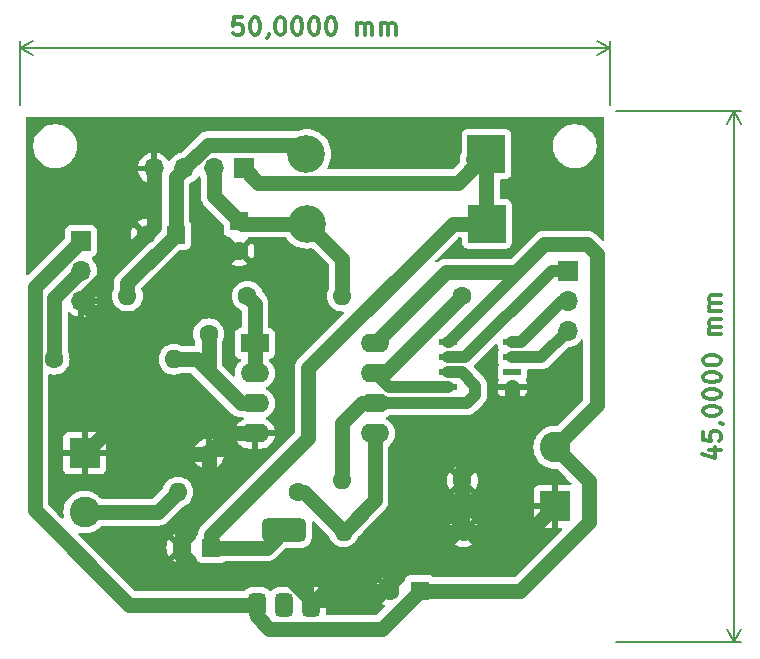
<source format=gbr>
%TF.GenerationSoftware,KiCad,Pcbnew,8.0.1*%
%TF.CreationDate,2024-08-21T14:38:24-03:00*%
%TF.ProjectId,monitoreo_solar,6d6f6e69-746f-4726-956f-5f736f6c6172,rev?*%
%TF.SameCoordinates,Original*%
%TF.FileFunction,Copper,L2,Bot*%
%TF.FilePolarity,Positive*%
%FSLAX46Y46*%
G04 Gerber Fmt 4.6, Leading zero omitted, Abs format (unit mm)*
G04 Created by KiCad (PCBNEW 8.0.1) date 2024-08-21 14:38:24*
%MOMM*%
%LPD*%
G01*
G04 APERTURE LIST*
G04 Aperture macros list*
%AMRoundRect*
0 Rectangle with rounded corners*
0 $1 Rounding radius*
0 $2 $3 $4 $5 $6 $7 $8 $9 X,Y pos of 4 corners*
0 Add a 4 corners polygon primitive as box body*
4,1,4,$2,$3,$4,$5,$6,$7,$8,$9,$2,$3,0*
0 Add four circle primitives for the rounded corners*
1,1,$1+$1,$2,$3*
1,1,$1+$1,$4,$5*
1,1,$1+$1,$6,$7*
1,1,$1+$1,$8,$9*
0 Add four rect primitives between the rounded corners*
20,1,$1+$1,$2,$3,$4,$5,0*
20,1,$1+$1,$4,$5,$6,$7,0*
20,1,$1+$1,$6,$7,$8,$9,0*
20,1,$1+$1,$8,$9,$2,$3,0*%
G04 Aperture macros list end*
%ADD10C,0.300000*%
%TA.AperFunction,NonConductor*%
%ADD11C,0.300000*%
%TD*%
%TA.AperFunction,NonConductor*%
%ADD12C,0.200000*%
%TD*%
%TA.AperFunction,SMDPad,CuDef*%
%ADD13RoundRect,0.375000X0.375000X-0.625000X0.375000X0.625000X-0.375000X0.625000X-0.375000X-0.625000X0*%
%TD*%
%TA.AperFunction,SMDPad,CuDef*%
%ADD14RoundRect,0.500000X1.400000X-0.500000X1.400000X0.500000X-1.400000X0.500000X-1.400000X-0.500000X0*%
%TD*%
%TA.AperFunction,SMDPad,CuDef*%
%ADD15R,1.498600X0.558800*%
%TD*%
%TA.AperFunction,ComponentPad*%
%ADD16R,3.200000X3.200000*%
%TD*%
%TA.AperFunction,ComponentPad*%
%ADD17O,3.200000X3.200000*%
%TD*%
%TA.AperFunction,ComponentPad*%
%ADD18R,1.600000X1.600000*%
%TD*%
%TA.AperFunction,ComponentPad*%
%ADD19C,1.600000*%
%TD*%
%TA.AperFunction,ComponentPad*%
%ADD20R,1.700000X1.700000*%
%TD*%
%TA.AperFunction,ComponentPad*%
%ADD21O,1.700000X1.700000*%
%TD*%
%TA.AperFunction,ComponentPad*%
%ADD22O,1.600000X1.600000*%
%TD*%
%TA.AperFunction,ComponentPad*%
%ADD23R,2.600000X2.600000*%
%TD*%
%TA.AperFunction,ComponentPad*%
%ADD24C,2.600000*%
%TD*%
%TA.AperFunction,ComponentPad*%
%ADD25R,2.400000X1.600000*%
%TD*%
%TA.AperFunction,ComponentPad*%
%ADD26O,2.400000X1.600000*%
%TD*%
%TA.AperFunction,Conductor*%
%ADD27C,1.270000*%
%TD*%
%TA.AperFunction,Conductor*%
%ADD28C,1.000000*%
%TD*%
G04 APERTURE END LIST*
D10*
D11*
X80353328Y-84214284D02*
X81353328Y-84214284D01*
X79781900Y-84571426D02*
X80853328Y-84928569D01*
X80853328Y-84928569D02*
X80853328Y-83999998D01*
X79853328Y-82714284D02*
X79853328Y-83428570D01*
X79853328Y-83428570D02*
X80567614Y-83499998D01*
X80567614Y-83499998D02*
X80496185Y-83428570D01*
X80496185Y-83428570D02*
X80424757Y-83285713D01*
X80424757Y-83285713D02*
X80424757Y-82928570D01*
X80424757Y-82928570D02*
X80496185Y-82785713D01*
X80496185Y-82785713D02*
X80567614Y-82714284D01*
X80567614Y-82714284D02*
X80710471Y-82642855D01*
X80710471Y-82642855D02*
X81067614Y-82642855D01*
X81067614Y-82642855D02*
X81210471Y-82714284D01*
X81210471Y-82714284D02*
X81281900Y-82785713D01*
X81281900Y-82785713D02*
X81353328Y-82928570D01*
X81353328Y-82928570D02*
X81353328Y-83285713D01*
X81353328Y-83285713D02*
X81281900Y-83428570D01*
X81281900Y-83428570D02*
X81210471Y-83499998D01*
X81281900Y-81928570D02*
X81353328Y-81928570D01*
X81353328Y-81928570D02*
X81496185Y-81999999D01*
X81496185Y-81999999D02*
X81567614Y-82071427D01*
X79853328Y-80999998D02*
X79853328Y-80857141D01*
X79853328Y-80857141D02*
X79924757Y-80714284D01*
X79924757Y-80714284D02*
X79996185Y-80642856D01*
X79996185Y-80642856D02*
X80139042Y-80571427D01*
X80139042Y-80571427D02*
X80424757Y-80499998D01*
X80424757Y-80499998D02*
X80781900Y-80499998D01*
X80781900Y-80499998D02*
X81067614Y-80571427D01*
X81067614Y-80571427D02*
X81210471Y-80642856D01*
X81210471Y-80642856D02*
X81281900Y-80714284D01*
X81281900Y-80714284D02*
X81353328Y-80857141D01*
X81353328Y-80857141D02*
X81353328Y-80999998D01*
X81353328Y-80999998D02*
X81281900Y-81142856D01*
X81281900Y-81142856D02*
X81210471Y-81214284D01*
X81210471Y-81214284D02*
X81067614Y-81285713D01*
X81067614Y-81285713D02*
X80781900Y-81357141D01*
X80781900Y-81357141D02*
X80424757Y-81357141D01*
X80424757Y-81357141D02*
X80139042Y-81285713D01*
X80139042Y-81285713D02*
X79996185Y-81214284D01*
X79996185Y-81214284D02*
X79924757Y-81142856D01*
X79924757Y-81142856D02*
X79853328Y-80999998D01*
X79853328Y-79571427D02*
X79853328Y-79428570D01*
X79853328Y-79428570D02*
X79924757Y-79285713D01*
X79924757Y-79285713D02*
X79996185Y-79214285D01*
X79996185Y-79214285D02*
X80139042Y-79142856D01*
X80139042Y-79142856D02*
X80424757Y-79071427D01*
X80424757Y-79071427D02*
X80781900Y-79071427D01*
X80781900Y-79071427D02*
X81067614Y-79142856D01*
X81067614Y-79142856D02*
X81210471Y-79214285D01*
X81210471Y-79214285D02*
X81281900Y-79285713D01*
X81281900Y-79285713D02*
X81353328Y-79428570D01*
X81353328Y-79428570D02*
X81353328Y-79571427D01*
X81353328Y-79571427D02*
X81281900Y-79714285D01*
X81281900Y-79714285D02*
X81210471Y-79785713D01*
X81210471Y-79785713D02*
X81067614Y-79857142D01*
X81067614Y-79857142D02*
X80781900Y-79928570D01*
X80781900Y-79928570D02*
X80424757Y-79928570D01*
X80424757Y-79928570D02*
X80139042Y-79857142D01*
X80139042Y-79857142D02*
X79996185Y-79785713D01*
X79996185Y-79785713D02*
X79924757Y-79714285D01*
X79924757Y-79714285D02*
X79853328Y-79571427D01*
X79853328Y-78142856D02*
X79853328Y-77999999D01*
X79853328Y-77999999D02*
X79924757Y-77857142D01*
X79924757Y-77857142D02*
X79996185Y-77785714D01*
X79996185Y-77785714D02*
X80139042Y-77714285D01*
X80139042Y-77714285D02*
X80424757Y-77642856D01*
X80424757Y-77642856D02*
X80781900Y-77642856D01*
X80781900Y-77642856D02*
X81067614Y-77714285D01*
X81067614Y-77714285D02*
X81210471Y-77785714D01*
X81210471Y-77785714D02*
X81281900Y-77857142D01*
X81281900Y-77857142D02*
X81353328Y-77999999D01*
X81353328Y-77999999D02*
X81353328Y-78142856D01*
X81353328Y-78142856D02*
X81281900Y-78285714D01*
X81281900Y-78285714D02*
X81210471Y-78357142D01*
X81210471Y-78357142D02*
X81067614Y-78428571D01*
X81067614Y-78428571D02*
X80781900Y-78499999D01*
X80781900Y-78499999D02*
X80424757Y-78499999D01*
X80424757Y-78499999D02*
X80139042Y-78428571D01*
X80139042Y-78428571D02*
X79996185Y-78357142D01*
X79996185Y-78357142D02*
X79924757Y-78285714D01*
X79924757Y-78285714D02*
X79853328Y-78142856D01*
X79853328Y-76714285D02*
X79853328Y-76571428D01*
X79853328Y-76571428D02*
X79924757Y-76428571D01*
X79924757Y-76428571D02*
X79996185Y-76357143D01*
X79996185Y-76357143D02*
X80139042Y-76285714D01*
X80139042Y-76285714D02*
X80424757Y-76214285D01*
X80424757Y-76214285D02*
X80781900Y-76214285D01*
X80781900Y-76214285D02*
X81067614Y-76285714D01*
X81067614Y-76285714D02*
X81210471Y-76357143D01*
X81210471Y-76357143D02*
X81281900Y-76428571D01*
X81281900Y-76428571D02*
X81353328Y-76571428D01*
X81353328Y-76571428D02*
X81353328Y-76714285D01*
X81353328Y-76714285D02*
X81281900Y-76857143D01*
X81281900Y-76857143D02*
X81210471Y-76928571D01*
X81210471Y-76928571D02*
X81067614Y-77000000D01*
X81067614Y-77000000D02*
X80781900Y-77071428D01*
X80781900Y-77071428D02*
X80424757Y-77071428D01*
X80424757Y-77071428D02*
X80139042Y-77000000D01*
X80139042Y-77000000D02*
X79996185Y-76928571D01*
X79996185Y-76928571D02*
X79924757Y-76857143D01*
X79924757Y-76857143D02*
X79853328Y-76714285D01*
X81353328Y-74428572D02*
X80353328Y-74428572D01*
X80496185Y-74428572D02*
X80424757Y-74357143D01*
X80424757Y-74357143D02*
X80353328Y-74214286D01*
X80353328Y-74214286D02*
X80353328Y-74000000D01*
X80353328Y-74000000D02*
X80424757Y-73857143D01*
X80424757Y-73857143D02*
X80567614Y-73785715D01*
X80567614Y-73785715D02*
X81353328Y-73785715D01*
X80567614Y-73785715D02*
X80424757Y-73714286D01*
X80424757Y-73714286D02*
X80353328Y-73571429D01*
X80353328Y-73571429D02*
X80353328Y-73357143D01*
X80353328Y-73357143D02*
X80424757Y-73214286D01*
X80424757Y-73214286D02*
X80567614Y-73142857D01*
X80567614Y-73142857D02*
X81353328Y-73142857D01*
X81353328Y-72428572D02*
X80353328Y-72428572D01*
X80496185Y-72428572D02*
X80424757Y-72357143D01*
X80424757Y-72357143D02*
X80353328Y-72214286D01*
X80353328Y-72214286D02*
X80353328Y-72000000D01*
X80353328Y-72000000D02*
X80424757Y-71857143D01*
X80424757Y-71857143D02*
X80567614Y-71785715D01*
X80567614Y-71785715D02*
X81353328Y-71785715D01*
X80567614Y-71785715D02*
X80424757Y-71714286D01*
X80424757Y-71714286D02*
X80353328Y-71571429D01*
X80353328Y-71571429D02*
X80353328Y-71357143D01*
X80353328Y-71357143D02*
X80424757Y-71214286D01*
X80424757Y-71214286D02*
X80567614Y-71142857D01*
X80567614Y-71142857D02*
X81353328Y-71142857D01*
D12*
X72500000Y-100500000D02*
X83061420Y-100500000D01*
X72500000Y-55500000D02*
X83061420Y-55500000D01*
X82475000Y-100500000D02*
X82475000Y-55500000D01*
X82475000Y-100500000D02*
X82475000Y-55500000D01*
X82475000Y-100500000D02*
X81888579Y-99373496D01*
X82475000Y-100500000D02*
X83061421Y-99373496D01*
X82475000Y-55500000D02*
X83061421Y-56626504D01*
X82475000Y-55500000D02*
X81888579Y-56626504D01*
D10*
D11*
X40857144Y-47603328D02*
X40142858Y-47603328D01*
X40142858Y-47603328D02*
X40071430Y-48317614D01*
X40071430Y-48317614D02*
X40142858Y-48246185D01*
X40142858Y-48246185D02*
X40285716Y-48174757D01*
X40285716Y-48174757D02*
X40642858Y-48174757D01*
X40642858Y-48174757D02*
X40785716Y-48246185D01*
X40785716Y-48246185D02*
X40857144Y-48317614D01*
X40857144Y-48317614D02*
X40928573Y-48460471D01*
X40928573Y-48460471D02*
X40928573Y-48817614D01*
X40928573Y-48817614D02*
X40857144Y-48960471D01*
X40857144Y-48960471D02*
X40785716Y-49031900D01*
X40785716Y-49031900D02*
X40642858Y-49103328D01*
X40642858Y-49103328D02*
X40285716Y-49103328D01*
X40285716Y-49103328D02*
X40142858Y-49031900D01*
X40142858Y-49031900D02*
X40071430Y-48960471D01*
X41857144Y-47603328D02*
X42000001Y-47603328D01*
X42000001Y-47603328D02*
X42142858Y-47674757D01*
X42142858Y-47674757D02*
X42214287Y-47746185D01*
X42214287Y-47746185D02*
X42285715Y-47889042D01*
X42285715Y-47889042D02*
X42357144Y-48174757D01*
X42357144Y-48174757D02*
X42357144Y-48531900D01*
X42357144Y-48531900D02*
X42285715Y-48817614D01*
X42285715Y-48817614D02*
X42214287Y-48960471D01*
X42214287Y-48960471D02*
X42142858Y-49031900D01*
X42142858Y-49031900D02*
X42000001Y-49103328D01*
X42000001Y-49103328D02*
X41857144Y-49103328D01*
X41857144Y-49103328D02*
X41714287Y-49031900D01*
X41714287Y-49031900D02*
X41642858Y-48960471D01*
X41642858Y-48960471D02*
X41571429Y-48817614D01*
X41571429Y-48817614D02*
X41500001Y-48531900D01*
X41500001Y-48531900D02*
X41500001Y-48174757D01*
X41500001Y-48174757D02*
X41571429Y-47889042D01*
X41571429Y-47889042D02*
X41642858Y-47746185D01*
X41642858Y-47746185D02*
X41714287Y-47674757D01*
X41714287Y-47674757D02*
X41857144Y-47603328D01*
X43071429Y-49031900D02*
X43071429Y-49103328D01*
X43071429Y-49103328D02*
X43000000Y-49246185D01*
X43000000Y-49246185D02*
X42928572Y-49317614D01*
X44000001Y-47603328D02*
X44142858Y-47603328D01*
X44142858Y-47603328D02*
X44285715Y-47674757D01*
X44285715Y-47674757D02*
X44357144Y-47746185D01*
X44357144Y-47746185D02*
X44428572Y-47889042D01*
X44428572Y-47889042D02*
X44500001Y-48174757D01*
X44500001Y-48174757D02*
X44500001Y-48531900D01*
X44500001Y-48531900D02*
X44428572Y-48817614D01*
X44428572Y-48817614D02*
X44357144Y-48960471D01*
X44357144Y-48960471D02*
X44285715Y-49031900D01*
X44285715Y-49031900D02*
X44142858Y-49103328D01*
X44142858Y-49103328D02*
X44000001Y-49103328D01*
X44000001Y-49103328D02*
X43857144Y-49031900D01*
X43857144Y-49031900D02*
X43785715Y-48960471D01*
X43785715Y-48960471D02*
X43714286Y-48817614D01*
X43714286Y-48817614D02*
X43642858Y-48531900D01*
X43642858Y-48531900D02*
X43642858Y-48174757D01*
X43642858Y-48174757D02*
X43714286Y-47889042D01*
X43714286Y-47889042D02*
X43785715Y-47746185D01*
X43785715Y-47746185D02*
X43857144Y-47674757D01*
X43857144Y-47674757D02*
X44000001Y-47603328D01*
X45428572Y-47603328D02*
X45571429Y-47603328D01*
X45571429Y-47603328D02*
X45714286Y-47674757D01*
X45714286Y-47674757D02*
X45785715Y-47746185D01*
X45785715Y-47746185D02*
X45857143Y-47889042D01*
X45857143Y-47889042D02*
X45928572Y-48174757D01*
X45928572Y-48174757D02*
X45928572Y-48531900D01*
X45928572Y-48531900D02*
X45857143Y-48817614D01*
X45857143Y-48817614D02*
X45785715Y-48960471D01*
X45785715Y-48960471D02*
X45714286Y-49031900D01*
X45714286Y-49031900D02*
X45571429Y-49103328D01*
X45571429Y-49103328D02*
X45428572Y-49103328D01*
X45428572Y-49103328D02*
X45285715Y-49031900D01*
X45285715Y-49031900D02*
X45214286Y-48960471D01*
X45214286Y-48960471D02*
X45142857Y-48817614D01*
X45142857Y-48817614D02*
X45071429Y-48531900D01*
X45071429Y-48531900D02*
X45071429Y-48174757D01*
X45071429Y-48174757D02*
X45142857Y-47889042D01*
X45142857Y-47889042D02*
X45214286Y-47746185D01*
X45214286Y-47746185D02*
X45285715Y-47674757D01*
X45285715Y-47674757D02*
X45428572Y-47603328D01*
X46857143Y-47603328D02*
X47000000Y-47603328D01*
X47000000Y-47603328D02*
X47142857Y-47674757D01*
X47142857Y-47674757D02*
X47214286Y-47746185D01*
X47214286Y-47746185D02*
X47285714Y-47889042D01*
X47285714Y-47889042D02*
X47357143Y-48174757D01*
X47357143Y-48174757D02*
X47357143Y-48531900D01*
X47357143Y-48531900D02*
X47285714Y-48817614D01*
X47285714Y-48817614D02*
X47214286Y-48960471D01*
X47214286Y-48960471D02*
X47142857Y-49031900D01*
X47142857Y-49031900D02*
X47000000Y-49103328D01*
X47000000Y-49103328D02*
X46857143Y-49103328D01*
X46857143Y-49103328D02*
X46714286Y-49031900D01*
X46714286Y-49031900D02*
X46642857Y-48960471D01*
X46642857Y-48960471D02*
X46571428Y-48817614D01*
X46571428Y-48817614D02*
X46500000Y-48531900D01*
X46500000Y-48531900D02*
X46500000Y-48174757D01*
X46500000Y-48174757D02*
X46571428Y-47889042D01*
X46571428Y-47889042D02*
X46642857Y-47746185D01*
X46642857Y-47746185D02*
X46714286Y-47674757D01*
X46714286Y-47674757D02*
X46857143Y-47603328D01*
X48285714Y-47603328D02*
X48428571Y-47603328D01*
X48428571Y-47603328D02*
X48571428Y-47674757D01*
X48571428Y-47674757D02*
X48642857Y-47746185D01*
X48642857Y-47746185D02*
X48714285Y-47889042D01*
X48714285Y-47889042D02*
X48785714Y-48174757D01*
X48785714Y-48174757D02*
X48785714Y-48531900D01*
X48785714Y-48531900D02*
X48714285Y-48817614D01*
X48714285Y-48817614D02*
X48642857Y-48960471D01*
X48642857Y-48960471D02*
X48571428Y-49031900D01*
X48571428Y-49031900D02*
X48428571Y-49103328D01*
X48428571Y-49103328D02*
X48285714Y-49103328D01*
X48285714Y-49103328D02*
X48142857Y-49031900D01*
X48142857Y-49031900D02*
X48071428Y-48960471D01*
X48071428Y-48960471D02*
X47999999Y-48817614D01*
X47999999Y-48817614D02*
X47928571Y-48531900D01*
X47928571Y-48531900D02*
X47928571Y-48174757D01*
X47928571Y-48174757D02*
X47999999Y-47889042D01*
X47999999Y-47889042D02*
X48071428Y-47746185D01*
X48071428Y-47746185D02*
X48142857Y-47674757D01*
X48142857Y-47674757D02*
X48285714Y-47603328D01*
X50571427Y-49103328D02*
X50571427Y-48103328D01*
X50571427Y-48246185D02*
X50642856Y-48174757D01*
X50642856Y-48174757D02*
X50785713Y-48103328D01*
X50785713Y-48103328D02*
X50999999Y-48103328D01*
X50999999Y-48103328D02*
X51142856Y-48174757D01*
X51142856Y-48174757D02*
X51214285Y-48317614D01*
X51214285Y-48317614D02*
X51214285Y-49103328D01*
X51214285Y-48317614D02*
X51285713Y-48174757D01*
X51285713Y-48174757D02*
X51428570Y-48103328D01*
X51428570Y-48103328D02*
X51642856Y-48103328D01*
X51642856Y-48103328D02*
X51785713Y-48174757D01*
X51785713Y-48174757D02*
X51857142Y-48317614D01*
X51857142Y-48317614D02*
X51857142Y-49103328D01*
X52571427Y-49103328D02*
X52571427Y-48103328D01*
X52571427Y-48246185D02*
X52642856Y-48174757D01*
X52642856Y-48174757D02*
X52785713Y-48103328D01*
X52785713Y-48103328D02*
X52999999Y-48103328D01*
X52999999Y-48103328D02*
X53142856Y-48174757D01*
X53142856Y-48174757D02*
X53214285Y-48317614D01*
X53214285Y-48317614D02*
X53214285Y-49103328D01*
X53214285Y-48317614D02*
X53285713Y-48174757D01*
X53285713Y-48174757D02*
X53428570Y-48103328D01*
X53428570Y-48103328D02*
X53642856Y-48103328D01*
X53642856Y-48103328D02*
X53785713Y-48174757D01*
X53785713Y-48174757D02*
X53857142Y-48317614D01*
X53857142Y-48317614D02*
X53857142Y-49103328D01*
D12*
X22000000Y-55000000D02*
X22000000Y-49638580D01*
X72000000Y-55000000D02*
X72000000Y-49638580D01*
X22000000Y-50225000D02*
X72000000Y-50225000D01*
X22000000Y-50225000D02*
X72000000Y-50225000D01*
X22000000Y-50225000D02*
X23126504Y-49638579D01*
X22000000Y-50225000D02*
X23126504Y-50811421D01*
X72000000Y-50225000D02*
X70873496Y-50811421D01*
X72000000Y-50225000D02*
X70873496Y-49638579D01*
D13*
%TO.P,U2,3,VI*%
%TO.N,+5V*%
X42070000Y-97330000D03*
D14*
%TO.P,U2,2,VO*%
%TO.N,+3.3V*%
X44370000Y-91030000D03*
D13*
X44370000Y-97330000D03*
%TO.P,U2,1,GND*%
%TO.N,GND*%
X46670000Y-97330000D03*
%TD*%
D15*
%TO.P,U1,1,\u002AINC*%
%TO.N,STEP*%
X63705100Y-75095000D03*
%TO.P,U1,2,U/\u002AD*%
%TO.N,DIR*%
X63705100Y-76365000D03*
%TO.P,U1,3,VH/RH*%
%TO.N,unconnected-(U1-VH{slash}RH-Pad3)*%
X63705100Y-77635000D03*
%TO.P,U1,4,VSS*%
%TO.N,GND*%
X63705100Y-78905000D03*
%TO.P,U1,5,VW/RW*%
%TO.N,Pot+*%
X58294900Y-78905000D03*
%TO.P,U1,6,VL/RL*%
%TO.N,Pot-*%
X58294900Y-77635000D03*
%TO.P,U1,7,\u002ACS*%
%TO.N,POT_CS*%
X58294900Y-76365000D03*
%TO.P,U1,8,VCC*%
%TO.N,+5V*%
X58294900Y-75095000D03*
%TD*%
D16*
%TO.P,D2,1,K*%
%TO.N,+3.3V*%
X61520000Y-59175000D03*
D17*
%TO.P,D2,2,A*%
%TO.N,Net-(D2-A)*%
X46280000Y-59175000D03*
%TD*%
D18*
%TO.P,C1,1*%
%TO.N,Net-(D1-A)*%
X40575000Y-64869887D03*
D19*
%TO.P,C1,2*%
%TO.N,GND*%
X40575000Y-67369887D03*
%TD*%
D20*
%TO.P,J4,1,Pin_1*%
%TO.N,+3.3V*%
X41000000Y-60400000D03*
D21*
%TO.P,J4,2,Pin_2*%
%TO.N,Net-(D1-A)*%
X38460000Y-60400000D03*
%TO.P,J4,3,Pin_3*%
%TO.N,Net-(D2-A)*%
X35920000Y-60400000D03*
%TO.P,J4,4,Pin_4*%
%TO.N,GND*%
X33380000Y-60400000D03*
%TD*%
D19*
%TO.P,R4,1*%
%TO.N,Vamp1*%
X41280000Y-71200000D03*
D22*
%TO.P,R4,2*%
%TO.N,Net-(D2-A)*%
X31120000Y-71200000D03*
%TD*%
D23*
%TO.P,J3,1,Pin_1*%
%TO.N,GND*%
X67305000Y-89000000D03*
D24*
%TO.P,J3,2,Pin_2*%
%TO.N,+5V*%
X67305000Y-84000000D03*
%TD*%
D18*
%TO.P,C5,1*%
%TO.N,+3.3V*%
X38225000Y-92500000D03*
D19*
%TO.P,C5,2*%
%TO.N,GND*%
X35725000Y-92500000D03*
%TD*%
D20*
%TO.P,J5,1,Pin_1*%
%TO.N,POT_CS*%
X68400000Y-69060000D03*
D21*
%TO.P,J5,2,Pin_2*%
%TO.N,STEP*%
X68400000Y-71600000D03*
%TO.P,J5,3,Pin_3*%
%TO.N,DIR*%
X68400000Y-74140000D03*
%TD*%
D19*
%TO.P,R11,1*%
%TO.N,Net-(U4B-+)*%
X45560000Y-87800000D03*
D22*
%TO.P,R11,2*%
%TO.N,Vpanel*%
X35400000Y-87800000D03*
%TD*%
D18*
%TO.P,C4,1*%
%TO.N,+5V*%
X55880113Y-96150000D03*
D19*
%TO.P,C4,2*%
%TO.N,GND*%
X53380113Y-96150000D03*
%TD*%
%TO.P,R2,1*%
%TO.N,Net-(U4A-+)*%
X38000000Y-74400000D03*
D22*
%TO.P,R2,2*%
%TO.N,GND*%
X38000000Y-84560000D03*
%TD*%
D20*
%TO.P,J2,1,Pin_1*%
%TO.N,+5V*%
X27200000Y-66535000D03*
D21*
%TO.P,J2,2,Pin_2*%
%TO.N,Vcurrent*%
X27200000Y-69075000D03*
%TO.P,J2,3,Pin_3*%
%TO.N,GND*%
X27200000Y-71615000D03*
%TD*%
D23*
%TO.P,J1,1,Pin_1*%
%TO.N,GND*%
X27500000Y-84500000D03*
D24*
%TO.P,J1,2,Pin_2*%
%TO.N,Vpanel*%
X27500000Y-89500000D03*
%TD*%
D18*
%TO.P,C2,1*%
%TO.N,Net-(D2-A)*%
X35200000Y-66000000D03*
D19*
%TO.P,C2,2*%
%TO.N,GND*%
X32700000Y-66000000D03*
%TD*%
D25*
%TO.P,U4,1*%
%TO.N,Vamp1*%
X41915000Y-75200000D03*
D26*
%TO.P,U4,2,-*%
X41915000Y-77740000D03*
%TO.P,U4,3,+*%
%TO.N,Net-(U4A-+)*%
X41915000Y-80280000D03*
%TO.P,U4,4,V-*%
%TO.N,GND*%
X41915000Y-82820000D03*
%TO.P,U4,5,+*%
%TO.N,Net-(U4B-+)*%
X52075000Y-82820000D03*
%TO.P,U4,6,-*%
%TO.N,Pot-*%
X52075000Y-80280000D03*
%TO.P,U4,7*%
%TO.N,Pot+*%
X52075000Y-77740000D03*
%TO.P,U4,8,V+*%
%TO.N,+5V*%
X52075000Y-75200000D03*
%TD*%
D19*
%TO.P,R9,1*%
%TO.N,GND*%
X59480000Y-86800000D03*
D22*
%TO.P,R9,2*%
%TO.N,Pot-*%
X49320000Y-86800000D03*
%TD*%
D16*
%TO.P,D1,1,K*%
%TO.N,+3.3V*%
X61545000Y-65075000D03*
D17*
%TO.P,D1,2,A*%
%TO.N,Net-(D1-A)*%
X46305000Y-65075000D03*
%TD*%
D19*
%TO.P,R1,1*%
%TO.N,Vcurrent*%
X24915000Y-76550000D03*
D22*
%TO.P,R1,2*%
%TO.N,Net-(U4A-+)*%
X35075000Y-76550000D03*
%TD*%
D19*
%TO.P,R3,1*%
%TO.N,Pot+*%
X59480000Y-71200000D03*
D22*
%TO.P,R3,2*%
%TO.N,Net-(D1-A)*%
X49320000Y-71200000D03*
%TD*%
D19*
%TO.P,R10,1*%
%TO.N,GND*%
X59585000Y-91150000D03*
D22*
%TO.P,R10,2*%
%TO.N,Net-(U4B-+)*%
X49425000Y-91150000D03*
%TD*%
D27*
%TO.N,GND*%
X35725000Y-93270000D02*
X35725000Y-92500000D01*
X36915000Y-94460000D02*
X35725000Y-93270000D01*
X46670000Y-96918802D02*
X44211198Y-94460000D01*
X44211198Y-94460000D02*
X36915000Y-94460000D01*
X46670000Y-97330000D02*
X46670000Y-96918802D01*
%TO.N,+5V*%
X31255000Y-97330000D02*
X42070000Y-97330000D01*
X23280000Y-89355000D02*
X31255000Y-97330000D01*
X42070000Y-98330000D02*
X42070000Y-97330000D01*
X43105000Y-99365000D02*
X42070000Y-98330000D01*
X52665113Y-99365000D02*
X43105000Y-99365000D01*
X55880113Y-96150000D02*
X52665113Y-99365000D01*
%TO.N,GND*%
X47850000Y-96150000D02*
X46670000Y-97330000D01*
X53380113Y-96150000D02*
X47850000Y-96150000D01*
%TO.N,+3.3V*%
X42900000Y-92500000D02*
X44370000Y-91030000D01*
X38225000Y-92500000D02*
X42900000Y-92500000D01*
%TO.N,Net-(D1-A)*%
X40780113Y-65075000D02*
X40575000Y-64869887D01*
X38460000Y-60400000D02*
X38460000Y-62754887D01*
X49320000Y-68090000D02*
X49320000Y-71200000D01*
X46305000Y-65075000D02*
X49320000Y-68090000D01*
X38460000Y-62754887D02*
X40575000Y-64869887D01*
X46305000Y-65075000D02*
X40780113Y-65075000D01*
%TO.N,GND*%
X27200000Y-71500000D02*
X32700000Y-66000000D01*
X27500000Y-84500000D02*
X30755000Y-81245000D01*
X59480000Y-85945000D02*
X63705100Y-81719900D01*
X33380000Y-60400000D02*
X33380000Y-65320000D01*
X38000000Y-88875000D02*
X38000000Y-84560000D01*
X30755000Y-75400000D02*
X30755000Y-74909000D01*
X30755000Y-81245000D02*
X30755000Y-75400000D01*
X67305000Y-89000000D02*
X65155000Y-91150000D01*
X27200000Y-71615000D02*
X27200000Y-71500000D01*
X35725000Y-91150000D02*
X38000000Y-88875000D01*
X33380000Y-65320000D02*
X32700000Y-66000000D01*
X53380113Y-95018630D02*
X57248743Y-91150000D01*
X27200000Y-71615000D02*
X30755000Y-75170000D01*
X38000000Y-84560000D02*
X34070000Y-84560000D01*
X53380113Y-96150000D02*
X53380113Y-95018630D01*
X63705100Y-81719900D02*
X63705100Y-78905000D01*
X65155000Y-91150000D02*
X59585000Y-91150000D01*
X40575000Y-67369887D02*
X38294113Y-67369887D01*
X30755000Y-75170000D02*
X30755000Y-75400000D01*
X59480000Y-91045000D02*
X59585000Y-91150000D01*
X59480000Y-86800000D02*
X59480000Y-91045000D01*
X59480000Y-86800000D02*
X59480000Y-85945000D01*
X41915000Y-82820000D02*
X39740000Y-82820000D01*
X34070000Y-84560000D02*
X30755000Y-81245000D01*
X38294113Y-67369887D02*
X30755000Y-74909000D01*
X57248743Y-91150000D02*
X59585000Y-91150000D01*
X35725000Y-92500000D02*
X35725000Y-91150000D01*
X39740000Y-82820000D02*
X38000000Y-84560000D01*
%TO.N,+5V*%
X27200000Y-66535000D02*
X23280000Y-70455000D01*
X70200000Y-90300000D02*
X70200000Y-86895000D01*
X51902761Y-75200000D02*
X52075000Y-75200000D01*
X67305000Y-84000000D02*
X70865000Y-80440000D01*
D28*
X64025000Y-69200000D02*
X64025000Y-69450000D01*
X64025000Y-69450000D02*
X58380000Y-75095000D01*
D27*
X70865000Y-80440000D02*
X70865000Y-67665000D01*
X58075000Y-69200000D02*
X52075000Y-75200000D01*
X70000000Y-66800000D02*
X70865000Y-67665000D01*
X70200000Y-86895000D02*
X67305000Y-84000000D01*
D28*
X58380000Y-75095000D02*
X58294900Y-75095000D01*
D27*
X66425000Y-66800000D02*
X70000000Y-66800000D01*
X64350000Y-96150000D02*
X70200000Y-90300000D01*
X64025000Y-69200000D02*
X66425000Y-66800000D01*
X55880113Y-96150000D02*
X64350000Y-96150000D01*
X64025000Y-69200000D02*
X58075000Y-69200000D01*
X23280000Y-70455000D02*
X23280000Y-89355000D01*
%TO.N,+3.3V*%
X60400000Y-59600000D02*
X61468000Y-59600000D01*
X41000000Y-60400000D02*
X42210000Y-61610000D01*
X59085000Y-61610000D02*
X61520000Y-59175000D01*
X61520000Y-59175000D02*
X61520000Y-65050000D01*
X58650000Y-65075000D02*
X61545000Y-65075000D01*
X46425000Y-77300000D02*
X58650000Y-65075000D01*
X42210000Y-61610000D02*
X59085000Y-61610000D01*
X38225000Y-91425000D02*
X46425000Y-83225000D01*
X46425000Y-83225000D02*
X46425000Y-77300000D01*
X38225000Y-92500000D02*
X38225000Y-91425000D01*
X61520000Y-65050000D02*
X61545000Y-65075000D01*
%TO.N,Net-(D2-A)*%
X31120000Y-70080000D02*
X35200000Y-66000000D01*
X35200000Y-61120000D02*
X35920000Y-60400000D01*
X35200000Y-66000000D02*
X35200000Y-61120000D01*
X31120000Y-71200000D02*
X31120000Y-70080000D01*
X46280000Y-59175000D02*
X45505000Y-58400000D01*
X35920000Y-60400000D02*
X37920000Y-58400000D01*
X45505000Y-58400000D02*
X37920000Y-58400000D01*
%TO.N,Vcurrent*%
X24915000Y-71360000D02*
X27200000Y-69075000D01*
X24915000Y-76550000D02*
X24915000Y-71360000D01*
%TO.N,Vpanel*%
X33700000Y-89500000D02*
X35400000Y-87800000D01*
X27500000Y-89500000D02*
X33700000Y-89500000D01*
%TO.N,Net-(U4A-+)*%
X36975000Y-76550000D02*
X38000000Y-77575000D01*
X40705000Y-80280000D02*
X38000000Y-77575000D01*
X41915000Y-80280000D02*
X40705000Y-80280000D01*
X38000000Y-77575000D02*
X38000000Y-74400000D01*
X35075000Y-76550000D02*
X36975000Y-76550000D01*
%TO.N,Vamp1*%
X41915000Y-71835000D02*
X41280000Y-71200000D01*
X41915000Y-75200000D02*
X41915000Y-71835000D01*
X41915000Y-77740000D02*
X41915000Y-75200000D01*
%TO.N,Net-(U4B-+)*%
X52075000Y-88500000D02*
X52075000Y-82820000D01*
X49425000Y-91150000D02*
X52075000Y-88500000D01*
X45560000Y-87800000D02*
X46075000Y-87800000D01*
X46075000Y-87800000D02*
X49425000Y-91150000D01*
D28*
%TO.N,DIR*%
X63705100Y-76365000D02*
X66175000Y-76365000D01*
X66175000Y-76365000D02*
X68400000Y-74140000D01*
%TO.N,POT_CS*%
X67040000Y-69060000D02*
X68400000Y-69060000D01*
X59735000Y-76365000D02*
X67040000Y-69060000D01*
X58294900Y-76365000D02*
X59735000Y-76365000D01*
%TO.N,STEP*%
X63705100Y-75095000D02*
X64430000Y-75095000D01*
X67925000Y-71600000D02*
X68400000Y-71600000D01*
X64430000Y-75095000D02*
X67925000Y-71600000D01*
%TO.N,Pot-*%
X59435000Y-77635000D02*
X58294900Y-77635000D01*
X60575000Y-79550000D02*
X60575000Y-78775000D01*
X59845000Y-80280000D02*
X60575000Y-79550000D01*
D27*
X49320000Y-86800000D02*
X49320000Y-81980000D01*
D28*
X60575000Y-78775000D02*
X59435000Y-77635000D01*
D27*
X51020000Y-80280000D02*
X52075000Y-80280000D01*
X49320000Y-81980000D02*
X51020000Y-80280000D01*
X52075000Y-80280000D02*
X51320000Y-80280000D01*
D28*
X52075000Y-80280000D02*
X59845000Y-80280000D01*
%TO.N,Pot+*%
X53240000Y-78905000D02*
X52075000Y-77740000D01*
D27*
X52940000Y-77740000D02*
X52075000Y-77740000D01*
D28*
X58294900Y-78905000D02*
X53240000Y-78905000D01*
D27*
X59480000Y-71200000D02*
X52940000Y-77740000D01*
%TD*%
%TA.AperFunction,Conductor*%
%TO.N,GND*%
G36*
X71442539Y-56020185D02*
G01*
X71488294Y-56072989D01*
X71499500Y-56124500D01*
X71499500Y-66394299D01*
X71479815Y-66461338D01*
X71427011Y-66507093D01*
X71357853Y-66517037D01*
X71294297Y-66488012D01*
X71287819Y-66481980D01*
X70739727Y-65933888D01*
X70712074Y-65913797D01*
X70595132Y-65828833D01*
X70435881Y-65747691D01*
X70435875Y-65747688D01*
X70394062Y-65734103D01*
X70327390Y-65712439D01*
X70265897Y-65692459D01*
X70265895Y-65692458D01*
X70265894Y-65692458D01*
X70089370Y-65664500D01*
X70089366Y-65664500D01*
X66514367Y-65664500D01*
X66335634Y-65664500D01*
X66335630Y-65664500D01*
X66159102Y-65692459D01*
X66077287Y-65719042D01*
X65989120Y-65747690D01*
X65989118Y-65747690D01*
X65989118Y-65747691D01*
X65944574Y-65770386D01*
X65944575Y-65770387D01*
X65829867Y-65828833D01*
X65712926Y-65913797D01*
X65685272Y-65933888D01*
X65685269Y-65933891D01*
X63590980Y-68028181D01*
X63529657Y-68061666D01*
X63503299Y-68064500D01*
X57985634Y-68064500D01*
X57926790Y-68073820D01*
X57809101Y-68092460D01*
X57809098Y-68092460D01*
X57639121Y-68147689D01*
X57639118Y-68147690D01*
X57479866Y-68228834D01*
X57396116Y-68289680D01*
X57396117Y-68289681D01*
X57372736Y-68306668D01*
X57306929Y-68330147D01*
X57238875Y-68314321D01*
X57190181Y-68264215D01*
X57176306Y-68195737D01*
X57201656Y-68130628D01*
X57212164Y-68118674D01*
X59084020Y-66246819D01*
X59145343Y-66213334D01*
X59171701Y-66210500D01*
X59320501Y-66210500D01*
X59387540Y-66230185D01*
X59433295Y-66282989D01*
X59444501Y-66334500D01*
X59444501Y-66722876D01*
X59450908Y-66782483D01*
X59501202Y-66917328D01*
X59501206Y-66917335D01*
X59587452Y-67032544D01*
X59587455Y-67032547D01*
X59702664Y-67118793D01*
X59702671Y-67118797D01*
X59837517Y-67169091D01*
X59837516Y-67169091D01*
X59844444Y-67169835D01*
X59897127Y-67175500D01*
X63192872Y-67175499D01*
X63252483Y-67169091D01*
X63387331Y-67118796D01*
X63502546Y-67032546D01*
X63588796Y-66917331D01*
X63639091Y-66782483D01*
X63645500Y-66722873D01*
X63645499Y-63427128D01*
X63639091Y-63367517D01*
X63588796Y-63232669D01*
X63588795Y-63232668D01*
X63588793Y-63232664D01*
X63502547Y-63117455D01*
X63502544Y-63117452D01*
X63387335Y-63031206D01*
X63387328Y-63031202D01*
X63252482Y-62980908D01*
X63252483Y-62980908D01*
X63192883Y-62974501D01*
X63192881Y-62974500D01*
X63192873Y-62974500D01*
X63192865Y-62974500D01*
X62779500Y-62974500D01*
X62712461Y-62954815D01*
X62666706Y-62902011D01*
X62655500Y-62850500D01*
X62655500Y-61399499D01*
X62675185Y-61332460D01*
X62727989Y-61286705D01*
X62779500Y-61275499D01*
X63167871Y-61275499D01*
X63167872Y-61275499D01*
X63227483Y-61269091D01*
X63362331Y-61218796D01*
X63477546Y-61132546D01*
X63563796Y-61017331D01*
X63614091Y-60882483D01*
X63620500Y-60822873D01*
X63620499Y-58621288D01*
X67149500Y-58621288D01*
X67181161Y-58861785D01*
X67243947Y-59096104D01*
X67297917Y-59226399D01*
X67336776Y-59320212D01*
X67458064Y-59530289D01*
X67458066Y-59530292D01*
X67458067Y-59530293D01*
X67605733Y-59722736D01*
X67605739Y-59722743D01*
X67777256Y-59894260D01*
X67777263Y-59894266D01*
X67832091Y-59936337D01*
X67969711Y-60041936D01*
X68179788Y-60163224D01*
X68403900Y-60256054D01*
X68638211Y-60318838D01*
X68818586Y-60342584D01*
X68878711Y-60350500D01*
X68878712Y-60350500D01*
X69121289Y-60350500D01*
X69169388Y-60344167D01*
X69361789Y-60318838D01*
X69596100Y-60256054D01*
X69820212Y-60163224D01*
X70030289Y-60041936D01*
X70222738Y-59894265D01*
X70394265Y-59722738D01*
X70541936Y-59530289D01*
X70663224Y-59320212D01*
X70756054Y-59096100D01*
X70818838Y-58861789D01*
X70850500Y-58621288D01*
X70850500Y-58378712D01*
X70818838Y-58138211D01*
X70756054Y-57903900D01*
X70663224Y-57679788D01*
X70541936Y-57469711D01*
X70436776Y-57332664D01*
X70394266Y-57277263D01*
X70394260Y-57277256D01*
X70222743Y-57105739D01*
X70222736Y-57105733D01*
X70030293Y-56958067D01*
X70030292Y-56958066D01*
X70030289Y-56958064D01*
X69820212Y-56836776D01*
X69820205Y-56836773D01*
X69596104Y-56743947D01*
X69361785Y-56681161D01*
X69121289Y-56649500D01*
X69121288Y-56649500D01*
X68878712Y-56649500D01*
X68878711Y-56649500D01*
X68638214Y-56681161D01*
X68403895Y-56743947D01*
X68179794Y-56836773D01*
X68179785Y-56836777D01*
X67969706Y-56958067D01*
X67777263Y-57105733D01*
X67777256Y-57105739D01*
X67605739Y-57277256D01*
X67605733Y-57277263D01*
X67458067Y-57469706D01*
X67336777Y-57679785D01*
X67336773Y-57679794D01*
X67243947Y-57903895D01*
X67181161Y-58138214D01*
X67149500Y-58378711D01*
X67149500Y-58621288D01*
X63620499Y-58621288D01*
X63620499Y-57527128D01*
X63614091Y-57467517D01*
X63563796Y-57332669D01*
X63563795Y-57332668D01*
X63563793Y-57332664D01*
X63477547Y-57217455D01*
X63477544Y-57217452D01*
X63362335Y-57131206D01*
X63362328Y-57131202D01*
X63227482Y-57080908D01*
X63227483Y-57080908D01*
X63167883Y-57074501D01*
X63167881Y-57074500D01*
X63167873Y-57074500D01*
X63167864Y-57074500D01*
X59872129Y-57074500D01*
X59872123Y-57074501D01*
X59812516Y-57080908D01*
X59677671Y-57131202D01*
X59677664Y-57131206D01*
X59562455Y-57217452D01*
X59562452Y-57217455D01*
X59476206Y-57332664D01*
X59476202Y-57332671D01*
X59425908Y-57467517D01*
X59419501Y-57527116D01*
X59419501Y-57527123D01*
X59419500Y-57527135D01*
X59419500Y-58993414D01*
X59405985Y-59049708D01*
X59347690Y-59164119D01*
X59347690Y-59164120D01*
X59292460Y-59334098D01*
X59292460Y-59334101D01*
X59264500Y-59510634D01*
X59264500Y-59689370D01*
X59273114Y-59743758D01*
X59264159Y-59813052D01*
X59238322Y-59850837D01*
X58650980Y-60438181D01*
X58589657Y-60471666D01*
X58563299Y-60474500D01*
X48173107Y-60474500D01*
X48106068Y-60454815D01*
X48060313Y-60402011D01*
X48050369Y-60332853D01*
X48071804Y-60278990D01*
X48078901Y-60268936D01*
X48211104Y-60013797D01*
X48307334Y-59743032D01*
X48365798Y-59461686D01*
X48385408Y-59175000D01*
X48365798Y-58888314D01*
X48307334Y-58606968D01*
X48211105Y-58336206D01*
X48211106Y-58336206D01*
X48078901Y-58081064D01*
X47913187Y-57846299D01*
X47834554Y-57762105D01*
X47717053Y-57636292D01*
X47494147Y-57454945D01*
X47494146Y-57454944D01*
X47248617Y-57305634D01*
X46985063Y-57191158D01*
X46985061Y-57191157D01*
X46985058Y-57191156D01*
X46855578Y-57154877D01*
X46708364Y-57113630D01*
X46708359Y-57113629D01*
X46708358Y-57113629D01*
X46566018Y-57094064D01*
X46423679Y-57074500D01*
X46423678Y-57074500D01*
X46136322Y-57074500D01*
X46136321Y-57074500D01*
X45851642Y-57113629D01*
X45851635Y-57113630D01*
X45574938Y-57191157D01*
X45429722Y-57254234D01*
X45380320Y-57264500D01*
X37830630Y-57264500D01*
X37654108Y-57292458D01*
X37654106Y-57292458D01*
X37654103Y-57292459D01*
X37569111Y-57320075D01*
X37484114Y-57347692D01*
X37324867Y-57428833D01*
X37271625Y-57467516D01*
X37180271Y-57533889D01*
X37180269Y-57533891D01*
X37180268Y-57533891D01*
X35659773Y-59054386D01*
X35604186Y-59086480D01*
X35456342Y-59126095D01*
X35456335Y-59126098D01*
X35242171Y-59225964D01*
X35242169Y-59225965D01*
X35048597Y-59361505D01*
X34881508Y-59528594D01*
X34751269Y-59714595D01*
X34696692Y-59758219D01*
X34627193Y-59765412D01*
X34564839Y-59733890D01*
X34548119Y-59714594D01*
X34418113Y-59528926D01*
X34418108Y-59528920D01*
X34251082Y-59361894D01*
X34057578Y-59226399D01*
X33843492Y-59126570D01*
X33843486Y-59126567D01*
X33630000Y-59069364D01*
X33630000Y-59966988D01*
X33572993Y-59934075D01*
X33445826Y-59900000D01*
X33314174Y-59900000D01*
X33187007Y-59934075D01*
X33130000Y-59966988D01*
X33130000Y-59069364D01*
X33129999Y-59069364D01*
X32916513Y-59126567D01*
X32916507Y-59126570D01*
X32702422Y-59226399D01*
X32702420Y-59226400D01*
X32508926Y-59361886D01*
X32508920Y-59361891D01*
X32341891Y-59528920D01*
X32341886Y-59528926D01*
X32206400Y-59722420D01*
X32206399Y-59722422D01*
X32106570Y-59936507D01*
X32106567Y-59936513D01*
X32049364Y-60149999D01*
X32049364Y-60150000D01*
X32946988Y-60150000D01*
X32914075Y-60207007D01*
X32880000Y-60334174D01*
X32880000Y-60465826D01*
X32914075Y-60592993D01*
X32946988Y-60650000D01*
X32049364Y-60650000D01*
X32106567Y-60863486D01*
X32106570Y-60863492D01*
X32206399Y-61077578D01*
X32341894Y-61271082D01*
X32508917Y-61438105D01*
X32702421Y-61573600D01*
X32916507Y-61673429D01*
X32916516Y-61673433D01*
X33130000Y-61730634D01*
X33130000Y-60833012D01*
X33187007Y-60865925D01*
X33314174Y-60900000D01*
X33445826Y-60900000D01*
X33572993Y-60865925D01*
X33630000Y-60833012D01*
X33630000Y-61730633D01*
X33843483Y-61673433D01*
X33843487Y-61673431D01*
X33888094Y-61652631D01*
X33957171Y-61642139D01*
X34020956Y-61670658D01*
X34059196Y-61729134D01*
X34064500Y-61765013D01*
X34064500Y-64771733D01*
X34044815Y-64838772D01*
X34039766Y-64846044D01*
X33956206Y-64957664D01*
X33956202Y-64957671D01*
X33905908Y-65092517D01*
X33900921Y-65138907D01*
X33899501Y-65152123D01*
X33899322Y-65155452D01*
X33897847Y-65155372D01*
X33879815Y-65216784D01*
X33827011Y-65262539D01*
X33783522Y-65270029D01*
X33100000Y-65953552D01*
X33100000Y-65947339D01*
X33072741Y-65845606D01*
X33020080Y-65754394D01*
X32945606Y-65679920D01*
X32854394Y-65627259D01*
X32752661Y-65600000D01*
X32746448Y-65600000D01*
X33425472Y-64920974D01*
X33352478Y-64869863D01*
X33146331Y-64773735D01*
X33146317Y-64773730D01*
X32926610Y-64714860D01*
X32926599Y-64714858D01*
X32700002Y-64695034D01*
X32699998Y-64695034D01*
X32473400Y-64714858D01*
X32473389Y-64714860D01*
X32253682Y-64773730D01*
X32253673Y-64773734D01*
X32047516Y-64869866D01*
X32047512Y-64869868D01*
X31974526Y-64920973D01*
X31974526Y-64920974D01*
X32653553Y-65600000D01*
X32647339Y-65600000D01*
X32545606Y-65627259D01*
X32454394Y-65679920D01*
X32379920Y-65754394D01*
X32327259Y-65845606D01*
X32300000Y-65947339D01*
X32300000Y-65953552D01*
X31620974Y-65274526D01*
X31620973Y-65274526D01*
X31569868Y-65347512D01*
X31569866Y-65347516D01*
X31473734Y-65553673D01*
X31473730Y-65553682D01*
X31414860Y-65773389D01*
X31414858Y-65773400D01*
X31395034Y-65999997D01*
X31395034Y-66000002D01*
X31414858Y-66226599D01*
X31414860Y-66226610D01*
X31473730Y-66446317D01*
X31473735Y-66446331D01*
X31569863Y-66652478D01*
X31620974Y-66725472D01*
X32300000Y-66046446D01*
X32300000Y-66052661D01*
X32327259Y-66154394D01*
X32379920Y-66245606D01*
X32454394Y-66320080D01*
X32545606Y-66372741D01*
X32647339Y-66400000D01*
X32653553Y-66400000D01*
X31974526Y-67079025D01*
X32047513Y-67130132D01*
X32047521Y-67130136D01*
X32171070Y-67187748D01*
X32223510Y-67233920D01*
X32242662Y-67301113D01*
X32222446Y-67367995D01*
X32206347Y-67387811D01*
X30380272Y-69213889D01*
X30253891Y-69340269D01*
X30253890Y-69340270D01*
X30148833Y-69484867D01*
X30067243Y-69644997D01*
X30066184Y-69648754D01*
X30012459Y-69814101D01*
X30012457Y-69814110D01*
X29987252Y-69973257D01*
X29987252Y-69973258D01*
X29984500Y-69990633D01*
X29984500Y-70530351D01*
X29972882Y-70582756D01*
X29893262Y-70753502D01*
X29893258Y-70753511D01*
X29834366Y-70973302D01*
X29834364Y-70973313D01*
X29814532Y-71199998D01*
X29814532Y-71200001D01*
X29834364Y-71426686D01*
X29834366Y-71426697D01*
X29893258Y-71646488D01*
X29893261Y-71646497D01*
X29989431Y-71852732D01*
X29989432Y-71852734D01*
X30119954Y-72039141D01*
X30280858Y-72200045D01*
X30280861Y-72200047D01*
X30467266Y-72330568D01*
X30673504Y-72426739D01*
X30893308Y-72485635D01*
X31055230Y-72499801D01*
X31119998Y-72505468D01*
X31120000Y-72505468D01*
X31120002Y-72505468D01*
X31176673Y-72500509D01*
X31346692Y-72485635D01*
X31566496Y-72426739D01*
X31772734Y-72330568D01*
X31959139Y-72200047D01*
X32120047Y-72039139D01*
X32250568Y-71852734D01*
X32346739Y-71646496D01*
X32405635Y-71426692D01*
X32425468Y-71200000D01*
X32405635Y-70973308D01*
X32346739Y-70753504D01*
X32289808Y-70631415D01*
X32279316Y-70562337D01*
X32307836Y-70498553D01*
X32314496Y-70491342D01*
X35469021Y-67336818D01*
X35530344Y-67303333D01*
X35556702Y-67300499D01*
X36047871Y-67300499D01*
X36047872Y-67300499D01*
X36107483Y-67294091D01*
X36242331Y-67243796D01*
X36357546Y-67157546D01*
X36443796Y-67042331D01*
X36494091Y-66907483D01*
X36500500Y-66847873D01*
X36500499Y-65152128D01*
X36494091Y-65092517D01*
X36443796Y-64957669D01*
X36443795Y-64957668D01*
X36443793Y-64957664D01*
X36360234Y-64846044D01*
X36335816Y-64780580D01*
X36335500Y-64771733D01*
X36335500Y-61775358D01*
X36355185Y-61708319D01*
X36407093Y-61662976D01*
X36597830Y-61574035D01*
X36791401Y-61438495D01*
X36958495Y-61271401D01*
X37088425Y-61085842D01*
X37143002Y-61042217D01*
X37212500Y-61035023D01*
X37274855Y-61066546D01*
X37291572Y-61085838D01*
X37302074Y-61100836D01*
X37324402Y-61167040D01*
X37324500Y-61171960D01*
X37324500Y-62844257D01*
X37352458Y-63020781D01*
X37375325Y-63091156D01*
X37407692Y-63190772D01*
X37488833Y-63350019D01*
X37544856Y-63427128D01*
X37593890Y-63494616D01*
X39238181Y-65138907D01*
X39271666Y-65200230D01*
X39274500Y-65226588D01*
X39274500Y-65717757D01*
X39274501Y-65717763D01*
X39280908Y-65777370D01*
X39331202Y-65912215D01*
X39331206Y-65912222D01*
X39417452Y-66027431D01*
X39417455Y-66027434D01*
X39532664Y-66113680D01*
X39532671Y-66113684D01*
X39577618Y-66130448D01*
X39667517Y-66163978D01*
X39727127Y-66170387D01*
X39727153Y-66170386D01*
X39730453Y-66170565D01*
X39730372Y-66172070D01*
X39791672Y-66189999D01*
X39837483Y-66242754D01*
X39845016Y-66286351D01*
X40528553Y-66969887D01*
X40522339Y-66969887D01*
X40420606Y-66997146D01*
X40329394Y-67049807D01*
X40254920Y-67124281D01*
X40202259Y-67215493D01*
X40175000Y-67317226D01*
X40175000Y-67323439D01*
X39495974Y-66644413D01*
X39495973Y-66644413D01*
X39444868Y-66717399D01*
X39444866Y-66717403D01*
X39348734Y-66923560D01*
X39348730Y-66923569D01*
X39289860Y-67143276D01*
X39289858Y-67143287D01*
X39270034Y-67369884D01*
X39270034Y-67369889D01*
X39289858Y-67596486D01*
X39289860Y-67596497D01*
X39348730Y-67816204D01*
X39348735Y-67816218D01*
X39444863Y-68022365D01*
X39495974Y-68095359D01*
X40175000Y-67416333D01*
X40175000Y-67422548D01*
X40202259Y-67524281D01*
X40254920Y-67615493D01*
X40329394Y-67689967D01*
X40420606Y-67742628D01*
X40522339Y-67769887D01*
X40528553Y-67769887D01*
X39849526Y-68448912D01*
X39922513Y-68500019D01*
X39922521Y-68500023D01*
X40128668Y-68596151D01*
X40128682Y-68596156D01*
X40348389Y-68655026D01*
X40348400Y-68655028D01*
X40574998Y-68674853D01*
X40575002Y-68674853D01*
X40801599Y-68655028D01*
X40801610Y-68655026D01*
X41021317Y-68596156D01*
X41021331Y-68596151D01*
X41227478Y-68500023D01*
X41300471Y-68448911D01*
X40621447Y-67769887D01*
X40627661Y-67769887D01*
X40729394Y-67742628D01*
X40820606Y-67689967D01*
X40895080Y-67615493D01*
X40947741Y-67524281D01*
X40975000Y-67422548D01*
X40975000Y-67416334D01*
X41654024Y-68095358D01*
X41705136Y-68022365D01*
X41801264Y-67816218D01*
X41801269Y-67816204D01*
X41860139Y-67596497D01*
X41860141Y-67596486D01*
X41879966Y-67369889D01*
X41879966Y-67369884D01*
X41860141Y-67143287D01*
X41860139Y-67143276D01*
X41801269Y-66923569D01*
X41801264Y-66923555D01*
X41705136Y-66717408D01*
X41705132Y-66717400D01*
X41654025Y-66644413D01*
X40975000Y-67323438D01*
X40975000Y-67317226D01*
X40947741Y-67215493D01*
X40895080Y-67124281D01*
X40820606Y-67049807D01*
X40729394Y-66997146D01*
X40627661Y-66969887D01*
X40621448Y-66969887D01*
X41341359Y-66249975D01*
X41343206Y-66251822D01*
X41367622Y-66226622D01*
X41428764Y-66210500D01*
X44471186Y-66210500D01*
X44538225Y-66230185D01*
X44572489Y-66262990D01*
X44609892Y-66315978D01*
X44671812Y-66403700D01*
X44725643Y-66461338D01*
X44867947Y-66613708D01*
X45090853Y-66795055D01*
X45302184Y-66923569D01*
X45336382Y-66944365D01*
X45502074Y-67016334D01*
X45599942Y-67058844D01*
X45876642Y-67136371D01*
X46114694Y-67169091D01*
X46161321Y-67175500D01*
X46161322Y-67175500D01*
X46448679Y-67175500D01*
X46495306Y-67169091D01*
X46696235Y-67141473D01*
X46765327Y-67151845D01*
X46800798Y-67176637D01*
X48148181Y-68524020D01*
X48181666Y-68585343D01*
X48184500Y-68611701D01*
X48184500Y-70530351D01*
X48172882Y-70582756D01*
X48093262Y-70753502D01*
X48093258Y-70753511D01*
X48034366Y-70973302D01*
X48034364Y-70973313D01*
X48014532Y-71199998D01*
X48014532Y-71200001D01*
X48034364Y-71426686D01*
X48034366Y-71426697D01*
X48093258Y-71646488D01*
X48093261Y-71646497D01*
X48189431Y-71852732D01*
X48189432Y-71852734D01*
X48319954Y-72039141D01*
X48480858Y-72200045D01*
X48480861Y-72200047D01*
X48667266Y-72330568D01*
X48873504Y-72426739D01*
X49093308Y-72485635D01*
X49320000Y-72505468D01*
X49320001Y-72505467D01*
X49325157Y-72505919D01*
X49390226Y-72531371D01*
X49431205Y-72587962D01*
X49435083Y-72657724D01*
X49402031Y-72717128D01*
X45685272Y-76433889D01*
X45558891Y-76560269D01*
X45558890Y-76560270D01*
X45453833Y-76704867D01*
X45372243Y-76864997D01*
X45371184Y-76868754D01*
X45317459Y-77034101D01*
X45317457Y-77034110D01*
X45296575Y-77165964D01*
X45296575Y-77165965D01*
X45289500Y-77210634D01*
X45289500Y-82703298D01*
X45269815Y-82770337D01*
X45253181Y-82790979D01*
X37485272Y-90558889D01*
X37358891Y-90685269D01*
X37358890Y-90685270D01*
X37253833Y-90829867D01*
X37172243Y-90989997D01*
X37171184Y-90993754D01*
X37117459Y-91159101D01*
X37117457Y-91159110D01*
X37098668Y-91277747D01*
X37071728Y-91334576D01*
X37072768Y-91335355D01*
X37068926Y-91340486D01*
X37068739Y-91340882D01*
X37068214Y-91341437D01*
X36981206Y-91457664D01*
X36981202Y-91457671D01*
X36930908Y-91592517D01*
X36924501Y-91652116D01*
X36924322Y-91655452D01*
X36922847Y-91655372D01*
X36904815Y-91716784D01*
X36852011Y-91762539D01*
X36808522Y-91770029D01*
X36125000Y-92453551D01*
X36125000Y-92447339D01*
X36097741Y-92345606D01*
X36045080Y-92254394D01*
X35970606Y-92179920D01*
X35879394Y-92127259D01*
X35777661Y-92100000D01*
X35771448Y-92100000D01*
X36450472Y-91420974D01*
X36377478Y-91369863D01*
X36171331Y-91273735D01*
X36171317Y-91273730D01*
X35951610Y-91214860D01*
X35951599Y-91214858D01*
X35725002Y-91195034D01*
X35724998Y-91195034D01*
X35498400Y-91214858D01*
X35498389Y-91214860D01*
X35278682Y-91273730D01*
X35278673Y-91273734D01*
X35072516Y-91369866D01*
X35072512Y-91369868D01*
X34999526Y-91420973D01*
X34999526Y-91420974D01*
X35678553Y-92100000D01*
X35672339Y-92100000D01*
X35570606Y-92127259D01*
X35479394Y-92179920D01*
X35404920Y-92254394D01*
X35352259Y-92345606D01*
X35325000Y-92447339D01*
X35325000Y-92453552D01*
X34645974Y-91774526D01*
X34645973Y-91774526D01*
X34594868Y-91847512D01*
X34594866Y-91847516D01*
X34498734Y-92053673D01*
X34498730Y-92053682D01*
X34439860Y-92273389D01*
X34439858Y-92273400D01*
X34420034Y-92499997D01*
X34420034Y-92500002D01*
X34439858Y-92726599D01*
X34439860Y-92726610D01*
X34498730Y-92946317D01*
X34498735Y-92946331D01*
X34594863Y-93152478D01*
X34645974Y-93225472D01*
X35325000Y-92546446D01*
X35325000Y-92552661D01*
X35352259Y-92654394D01*
X35404920Y-92745606D01*
X35479394Y-92820080D01*
X35570606Y-92872741D01*
X35672339Y-92900000D01*
X35678553Y-92900000D01*
X34999526Y-93579025D01*
X35072513Y-93630132D01*
X35072521Y-93630136D01*
X35278668Y-93726264D01*
X35278682Y-93726269D01*
X35498389Y-93785139D01*
X35498400Y-93785141D01*
X35724998Y-93804966D01*
X35725002Y-93804966D01*
X35951599Y-93785141D01*
X35951610Y-93785139D01*
X36171317Y-93726269D01*
X36171331Y-93726264D01*
X36377478Y-93630136D01*
X36450471Y-93579024D01*
X35771447Y-92900000D01*
X35777661Y-92900000D01*
X35879394Y-92872741D01*
X35970606Y-92820080D01*
X36045080Y-92745606D01*
X36097741Y-92654394D01*
X36125000Y-92552661D01*
X36125000Y-92546447D01*
X36809197Y-93230644D01*
X36858192Y-93240491D01*
X36908375Y-93289106D01*
X36923049Y-93344632D01*
X36924099Y-93344576D01*
X36924146Y-93344571D01*
X36924146Y-93344573D01*
X36924324Y-93344564D01*
X36924501Y-93347876D01*
X36930908Y-93407483D01*
X36981202Y-93542328D01*
X36981206Y-93542335D01*
X37067452Y-93657544D01*
X37067455Y-93657547D01*
X37182664Y-93743793D01*
X37182671Y-93743797D01*
X37317517Y-93794091D01*
X37317516Y-93794091D01*
X37324444Y-93794835D01*
X37377127Y-93800500D01*
X39072872Y-93800499D01*
X39132483Y-93794091D01*
X39267331Y-93743796D01*
X39290751Y-93726264D01*
X39378956Y-93660234D01*
X39444420Y-93635816D01*
X39453267Y-93635500D01*
X42989370Y-93635500D01*
X43067824Y-93623073D01*
X43165897Y-93607541D01*
X43294193Y-93565853D01*
X43335881Y-93552309D01*
X43495132Y-93471167D01*
X43639728Y-93366111D01*
X43766111Y-93239728D01*
X44439020Y-92566817D01*
X44500343Y-92533333D01*
X44526701Y-92530499D01*
X45828028Y-92530499D01*
X45828036Y-92530499D01*
X45947418Y-92519886D01*
X46143049Y-92463909D01*
X46323407Y-92369698D01*
X46481109Y-92241109D01*
X46609698Y-92083407D01*
X46703909Y-91903049D01*
X46759886Y-91707418D01*
X46770500Y-91588037D01*
X46770499Y-90471964D01*
X46764569Y-90405262D01*
X46778240Y-90336745D01*
X46826785Y-90286494D01*
X46894791Y-90270466D01*
X46960667Y-90293749D01*
X46975763Y-90306603D01*
X48150097Y-91480937D01*
X48182190Y-91536522D01*
X48198260Y-91596495D01*
X48294431Y-91802732D01*
X48294432Y-91802734D01*
X48424954Y-91989141D01*
X48585858Y-92150045D01*
X48585861Y-92150047D01*
X48772266Y-92280568D01*
X48978504Y-92376739D01*
X49198308Y-92435635D01*
X49360230Y-92449801D01*
X49424998Y-92455468D01*
X49425000Y-92455468D01*
X49425002Y-92455468D01*
X49481673Y-92450509D01*
X49651692Y-92435635D01*
X49871496Y-92376739D01*
X50077734Y-92280568D01*
X50264139Y-92150047D01*
X50425047Y-91989139D01*
X50555568Y-91802734D01*
X50651739Y-91596496D01*
X50667808Y-91536521D01*
X50699899Y-91480938D01*
X51030835Y-91150002D01*
X58280034Y-91150002D01*
X58299858Y-91376599D01*
X58299860Y-91376610D01*
X58358730Y-91596317D01*
X58358735Y-91596331D01*
X58454863Y-91802478D01*
X58505974Y-91875472D01*
X59185000Y-91196446D01*
X59185000Y-91202661D01*
X59212259Y-91304394D01*
X59264920Y-91395606D01*
X59339394Y-91470080D01*
X59430606Y-91522741D01*
X59532339Y-91550000D01*
X59538553Y-91550000D01*
X58859526Y-92229025D01*
X58932513Y-92280132D01*
X58932521Y-92280136D01*
X59138668Y-92376264D01*
X59138682Y-92376269D01*
X59358389Y-92435139D01*
X59358400Y-92435141D01*
X59584998Y-92454966D01*
X59585002Y-92454966D01*
X59811599Y-92435141D01*
X59811610Y-92435139D01*
X60031317Y-92376269D01*
X60031331Y-92376264D01*
X60237478Y-92280136D01*
X60310471Y-92229024D01*
X59631447Y-91550000D01*
X59637661Y-91550000D01*
X59739394Y-91522741D01*
X59830606Y-91470080D01*
X59905080Y-91395606D01*
X59957741Y-91304394D01*
X59985000Y-91202661D01*
X59985000Y-91196447D01*
X60664024Y-91875471D01*
X60715136Y-91802478D01*
X60811264Y-91596331D01*
X60811269Y-91596317D01*
X60870139Y-91376610D01*
X60870141Y-91376599D01*
X60889966Y-91150002D01*
X60889966Y-91149997D01*
X60870141Y-90923400D01*
X60870139Y-90923389D01*
X60811269Y-90703682D01*
X60811264Y-90703668D01*
X60715136Y-90497521D01*
X60715132Y-90497513D01*
X60664025Y-90424526D01*
X59985000Y-91103551D01*
X59985000Y-91097339D01*
X59957741Y-90995606D01*
X59905080Y-90904394D01*
X59830606Y-90829920D01*
X59739394Y-90777259D01*
X59637661Y-90750000D01*
X59631448Y-90750000D01*
X60310472Y-90070974D01*
X60237478Y-90019863D01*
X60031331Y-89923735D01*
X60031317Y-89923730D01*
X59811610Y-89864860D01*
X59811599Y-89864858D01*
X59585002Y-89845034D01*
X59584998Y-89845034D01*
X59358400Y-89864858D01*
X59358389Y-89864860D01*
X59138682Y-89923730D01*
X59138673Y-89923734D01*
X58932516Y-90019866D01*
X58932512Y-90019868D01*
X58859526Y-90070973D01*
X58859526Y-90070974D01*
X59538553Y-90750000D01*
X59532339Y-90750000D01*
X59430606Y-90777259D01*
X59339394Y-90829920D01*
X59264920Y-90904394D01*
X59212259Y-90995606D01*
X59185000Y-91097339D01*
X59185000Y-91103552D01*
X58505974Y-90424526D01*
X58505973Y-90424526D01*
X58454868Y-90497512D01*
X58454866Y-90497516D01*
X58358734Y-90703673D01*
X58358730Y-90703682D01*
X58299860Y-90923389D01*
X58299858Y-90923400D01*
X58280034Y-91149997D01*
X58280034Y-91150002D01*
X51030835Y-91150002D01*
X52941111Y-89239728D01*
X53038657Y-89105468D01*
X53046167Y-89095132D01*
X53127309Y-88935881D01*
X53154463Y-88852309D01*
X53182541Y-88765897D01*
X53202617Y-88639139D01*
X53210500Y-88589370D01*
X53210500Y-86800002D01*
X58175034Y-86800002D01*
X58194858Y-87026599D01*
X58194860Y-87026610D01*
X58253730Y-87246317D01*
X58253735Y-87246331D01*
X58349863Y-87452478D01*
X58400974Y-87525472D01*
X59080000Y-86846446D01*
X59080000Y-86852661D01*
X59107259Y-86954394D01*
X59159920Y-87045606D01*
X59234394Y-87120080D01*
X59325606Y-87172741D01*
X59427339Y-87200000D01*
X59433553Y-87200000D01*
X58754526Y-87879025D01*
X58827513Y-87930132D01*
X58827521Y-87930136D01*
X59033668Y-88026264D01*
X59033682Y-88026269D01*
X59253389Y-88085139D01*
X59253400Y-88085141D01*
X59479998Y-88104966D01*
X59480002Y-88104966D01*
X59706599Y-88085141D01*
X59706610Y-88085139D01*
X59926317Y-88026269D01*
X59926331Y-88026264D01*
X60132478Y-87930136D01*
X60205471Y-87879024D01*
X59526447Y-87200000D01*
X59532661Y-87200000D01*
X59634394Y-87172741D01*
X59725606Y-87120080D01*
X59800080Y-87045606D01*
X59852741Y-86954394D01*
X59880000Y-86852661D01*
X59880000Y-86846447D01*
X60559024Y-87525471D01*
X60610136Y-87452478D01*
X60706264Y-87246331D01*
X60706269Y-87246317D01*
X60765139Y-87026610D01*
X60765141Y-87026599D01*
X60784966Y-86800002D01*
X60784966Y-86799997D01*
X60765141Y-86573400D01*
X60765139Y-86573389D01*
X60706269Y-86353682D01*
X60706264Y-86353668D01*
X60610136Y-86147521D01*
X60610132Y-86147513D01*
X60559025Y-86074526D01*
X59880000Y-86753551D01*
X59880000Y-86747339D01*
X59852741Y-86645606D01*
X59800080Y-86554394D01*
X59725606Y-86479920D01*
X59634394Y-86427259D01*
X59532661Y-86400000D01*
X59526448Y-86400000D01*
X60205472Y-85720974D01*
X60132478Y-85669863D01*
X59926331Y-85573735D01*
X59926317Y-85573730D01*
X59706610Y-85514860D01*
X59706599Y-85514858D01*
X59480002Y-85495034D01*
X59479998Y-85495034D01*
X59253400Y-85514858D01*
X59253389Y-85514860D01*
X59033682Y-85573730D01*
X59033673Y-85573734D01*
X58827516Y-85669866D01*
X58827512Y-85669868D01*
X58754526Y-85720973D01*
X58754526Y-85720974D01*
X59433553Y-86400000D01*
X59427339Y-86400000D01*
X59325606Y-86427259D01*
X59234394Y-86479920D01*
X59159920Y-86554394D01*
X59107259Y-86645606D01*
X59080000Y-86747339D01*
X59080000Y-86753552D01*
X58400974Y-86074526D01*
X58400973Y-86074526D01*
X58349868Y-86147512D01*
X58349866Y-86147516D01*
X58253734Y-86353673D01*
X58253730Y-86353682D01*
X58194860Y-86573389D01*
X58194858Y-86573400D01*
X58175034Y-86799997D01*
X58175034Y-86800002D01*
X53210500Y-86800002D01*
X53210500Y-83956314D01*
X53230185Y-83889275D01*
X53261613Y-83855997D01*
X53322219Y-83811966D01*
X53466966Y-83667219D01*
X53466968Y-83667215D01*
X53466971Y-83667213D01*
X53544616Y-83560342D01*
X53587287Y-83501610D01*
X53680220Y-83319219D01*
X53743477Y-83124534D01*
X53775500Y-82922352D01*
X53775500Y-82717648D01*
X53755023Y-82588365D01*
X53743477Y-82515465D01*
X53680218Y-82320776D01*
X53617112Y-82196925D01*
X53587287Y-82138390D01*
X53579556Y-82127749D01*
X53466971Y-81972786D01*
X53322213Y-81828028D01*
X53156614Y-81707715D01*
X53145111Y-81701854D01*
X53063917Y-81660483D01*
X53013123Y-81612511D01*
X52996328Y-81544690D01*
X53018865Y-81478555D01*
X53063917Y-81439516D01*
X53156610Y-81392287D01*
X53277877Y-81304181D01*
X53343683Y-81280702D01*
X53350762Y-81280500D01*
X59943542Y-81280500D01*
X59962870Y-81276655D01*
X60040188Y-81261275D01*
X60136836Y-81242051D01*
X60190165Y-81219961D01*
X60318914Y-81166632D01*
X60482782Y-81057139D01*
X60622139Y-80917782D01*
X60622140Y-80917779D01*
X60629206Y-80910714D01*
X60629209Y-80910710D01*
X61212778Y-80327141D01*
X61212782Y-80327139D01*
X61352139Y-80187782D01*
X61461632Y-80023914D01*
X61469061Y-80005978D01*
X61532239Y-79853454D01*
X61537049Y-79841840D01*
X61537051Y-79841836D01*
X61557894Y-79737051D01*
X61568367Y-79684400D01*
X61575500Y-79648543D01*
X61575500Y-79155000D01*
X62455800Y-79155000D01*
X62455800Y-79232244D01*
X62462201Y-79291772D01*
X62462203Y-79291779D01*
X62512445Y-79426486D01*
X62512449Y-79426493D01*
X62598609Y-79541587D01*
X62598612Y-79541590D01*
X62713706Y-79627750D01*
X62713713Y-79627754D01*
X62848420Y-79677996D01*
X62848427Y-79677998D01*
X62907955Y-79684399D01*
X62907972Y-79684400D01*
X63455100Y-79684400D01*
X63455100Y-79155000D01*
X63955100Y-79155000D01*
X63955100Y-79684400D01*
X64502228Y-79684400D01*
X64502244Y-79684399D01*
X64561772Y-79677998D01*
X64561779Y-79677996D01*
X64696486Y-79627754D01*
X64696493Y-79627750D01*
X64811587Y-79541590D01*
X64811590Y-79541587D01*
X64897750Y-79426493D01*
X64897754Y-79426486D01*
X64947996Y-79291779D01*
X64947998Y-79291772D01*
X64954399Y-79232244D01*
X64954400Y-79232227D01*
X64954400Y-79155000D01*
X63955100Y-79155000D01*
X63455100Y-79155000D01*
X62455800Y-79155000D01*
X61575500Y-79155000D01*
X61575500Y-78676456D01*
X61544703Y-78521632D01*
X61544703Y-78521631D01*
X61537052Y-78483171D01*
X61537051Y-78483164D01*
X61493400Y-78377781D01*
X61479709Y-78344727D01*
X61461635Y-78301092D01*
X61461628Y-78301079D01*
X61352140Y-78137219D01*
X61352139Y-78137218D01*
X61212782Y-77997861D01*
X61212781Y-77997860D01*
X60452600Y-77237680D01*
X60419116Y-77176358D01*
X60424100Y-77106667D01*
X60452597Y-77062323D01*
X60512139Y-77002782D01*
X60512140Y-77002779D01*
X60519206Y-76995714D01*
X60519209Y-76995710D01*
X62243621Y-75271297D01*
X62304942Y-75237814D01*
X62374634Y-75242798D01*
X62430567Y-75284670D01*
X62454984Y-75350134D01*
X62455300Y-75358978D01*
X62455300Y-75422269D01*
X62455301Y-75422276D01*
X62461708Y-75481883D01*
X62512002Y-75616728D01*
X62512003Y-75616730D01*
X62541168Y-75655690D01*
X62565584Y-75721155D01*
X62550732Y-75789428D01*
X62541168Y-75804310D01*
X62512003Y-75843269D01*
X62512002Y-75843271D01*
X62461710Y-75978113D01*
X62461709Y-75978117D01*
X62455300Y-76037727D01*
X62455300Y-76037734D01*
X62455300Y-76037735D01*
X62455300Y-76692270D01*
X62455301Y-76692276D01*
X62461708Y-76751883D01*
X62512002Y-76886728D01*
X62512003Y-76886730D01*
X62541168Y-76925690D01*
X62565584Y-76991155D01*
X62550732Y-77059428D01*
X62541168Y-77074310D01*
X62512003Y-77113269D01*
X62512002Y-77113271D01*
X62464445Y-77240781D01*
X62461709Y-77248117D01*
X62455300Y-77307727D01*
X62455300Y-77307734D01*
X62455300Y-77307735D01*
X62455300Y-77962270D01*
X62455301Y-77962276D01*
X62461708Y-78021883D01*
X62512002Y-78156728D01*
X62512004Y-78156731D01*
X62541479Y-78196104D01*
X62565897Y-78261568D01*
X62551046Y-78329841D01*
X62541480Y-78344726D01*
X62512449Y-78383506D01*
X62512445Y-78383513D01*
X62462203Y-78518220D01*
X62462201Y-78518227D01*
X62455800Y-78577755D01*
X62455800Y-78655000D01*
X64954400Y-78655000D01*
X64954400Y-78577772D01*
X64954399Y-78577755D01*
X64947998Y-78518227D01*
X64947996Y-78518220D01*
X64897754Y-78383513D01*
X64897750Y-78383506D01*
X64868720Y-78344727D01*
X64844302Y-78279263D01*
X64859153Y-78210990D01*
X64868714Y-78196113D01*
X64898196Y-78156731D01*
X64905474Y-78137219D01*
X64909452Y-78126550D01*
X64948491Y-78021883D01*
X64954900Y-77962273D01*
X64954899Y-77489499D01*
X64974583Y-77422461D01*
X65027387Y-77376706D01*
X65078899Y-77365500D01*
X66273542Y-77365500D01*
X66292870Y-77361655D01*
X66370188Y-77346275D01*
X66466836Y-77327051D01*
X66556941Y-77289728D01*
X66648914Y-77251632D01*
X66812782Y-77142139D01*
X66952139Y-77002782D01*
X66952140Y-77002779D01*
X66959206Y-76995714D01*
X66959209Y-76995710D01*
X68433030Y-75521888D01*
X68494351Y-75488405D01*
X68509894Y-75486044D01*
X68635408Y-75475063D01*
X68863663Y-75413903D01*
X69077830Y-75314035D01*
X69271401Y-75178495D01*
X69438495Y-75011401D01*
X69503925Y-74917956D01*
X69558502Y-74874332D01*
X69628000Y-74867138D01*
X69690355Y-74898661D01*
X69725769Y-74958890D01*
X69729500Y-74989080D01*
X69729500Y-79918297D01*
X69709815Y-79985336D01*
X69693181Y-80005978D01*
X67535718Y-82163440D01*
X67474395Y-82196925D01*
X67444568Y-82199011D01*
X67444568Y-82199500D01*
X67170063Y-82199500D01*
X66903232Y-82239718D01*
X66903226Y-82239720D01*
X66645358Y-82319262D01*
X66402230Y-82436346D01*
X66179258Y-82588365D01*
X65981442Y-82771910D01*
X65813185Y-82982898D01*
X65678258Y-83216599D01*
X65678256Y-83216603D01*
X65579666Y-83467804D01*
X65579664Y-83467811D01*
X65519616Y-83730898D01*
X65499451Y-83999995D01*
X65499451Y-84000004D01*
X65519616Y-84269101D01*
X65579664Y-84532188D01*
X65579666Y-84532195D01*
X65678256Y-84783396D01*
X65678258Y-84783400D01*
X65706770Y-84832784D01*
X65813185Y-85017102D01*
X65899248Y-85125021D01*
X65981442Y-85228089D01*
X66165448Y-85398820D01*
X66179259Y-85411635D01*
X66402226Y-85563651D01*
X66402229Y-85563652D01*
X66402230Y-85563653D01*
X66423166Y-85573735D01*
X66645359Y-85680738D01*
X66903228Y-85760280D01*
X66903229Y-85760280D01*
X66903232Y-85760281D01*
X67170063Y-85800499D01*
X67170068Y-85800499D01*
X67170071Y-85800500D01*
X67170072Y-85800500D01*
X67444569Y-85800500D01*
X67444569Y-85801836D01*
X67507059Y-85815187D01*
X67535718Y-85836558D01*
X68275233Y-86576073D01*
X68687480Y-86988319D01*
X68720965Y-87049642D01*
X68715981Y-87119334D01*
X68674109Y-87175267D01*
X68608645Y-87199684D01*
X68599799Y-87200000D01*
X67555000Y-87200000D01*
X67555000Y-88399998D01*
X67494598Y-88374979D01*
X67369019Y-88350000D01*
X67240981Y-88350000D01*
X67115402Y-88374979D01*
X67055000Y-88399998D01*
X67055000Y-87200000D01*
X65957155Y-87200000D01*
X65897627Y-87206401D01*
X65897620Y-87206403D01*
X65762913Y-87256645D01*
X65762906Y-87256649D01*
X65647812Y-87342809D01*
X65647809Y-87342812D01*
X65561649Y-87457906D01*
X65561645Y-87457913D01*
X65511403Y-87592620D01*
X65511401Y-87592627D01*
X65505000Y-87652155D01*
X65505000Y-88750000D01*
X66704999Y-88750000D01*
X66679979Y-88810402D01*
X66655000Y-88935981D01*
X66655000Y-89064019D01*
X66679979Y-89189598D01*
X66704999Y-89250000D01*
X65505000Y-89250000D01*
X65505000Y-90347844D01*
X65511401Y-90407372D01*
X65511403Y-90407379D01*
X65561645Y-90542086D01*
X65561649Y-90542093D01*
X65647809Y-90657187D01*
X65647812Y-90657190D01*
X65762906Y-90743350D01*
X65762913Y-90743354D01*
X65897620Y-90793596D01*
X65897627Y-90793598D01*
X65957155Y-90799999D01*
X65957172Y-90800000D01*
X67055000Y-90800000D01*
X67055000Y-89600001D01*
X67115402Y-89625021D01*
X67240981Y-89650000D01*
X67369019Y-89650000D01*
X67494598Y-89625021D01*
X67555000Y-89600001D01*
X67555000Y-90800000D01*
X67794798Y-90800000D01*
X67861837Y-90819685D01*
X67907592Y-90872489D01*
X67917536Y-90941647D01*
X67888511Y-91005203D01*
X67882479Y-91011681D01*
X63915980Y-94978181D01*
X63854657Y-95011666D01*
X63828299Y-95014500D01*
X57108380Y-95014500D01*
X57041341Y-94994815D01*
X57034069Y-94989766D01*
X56922448Y-94906206D01*
X56922441Y-94906202D01*
X56787595Y-94855908D01*
X56787596Y-94855908D01*
X56727996Y-94849501D01*
X56727994Y-94849500D01*
X56727986Y-94849500D01*
X56727977Y-94849500D01*
X55032242Y-94849500D01*
X55032236Y-94849501D01*
X54972629Y-94855908D01*
X54837784Y-94906202D01*
X54837777Y-94906206D01*
X54722568Y-94992452D01*
X54722565Y-94992455D01*
X54636319Y-95107664D01*
X54636315Y-95107671D01*
X54586021Y-95242517D01*
X54579614Y-95302116D01*
X54579435Y-95305452D01*
X54577960Y-95305372D01*
X54559928Y-95366784D01*
X54507124Y-95412539D01*
X54463635Y-95420029D01*
X53780113Y-96103552D01*
X53780113Y-96097339D01*
X53752854Y-95995606D01*
X53700193Y-95904394D01*
X53625719Y-95829920D01*
X53534507Y-95777259D01*
X53432774Y-95750000D01*
X53426561Y-95750000D01*
X54105585Y-95070974D01*
X54032591Y-95019863D01*
X53826444Y-94923735D01*
X53826430Y-94923730D01*
X53606723Y-94864860D01*
X53606712Y-94864858D01*
X53380115Y-94845034D01*
X53380111Y-94845034D01*
X53153513Y-94864858D01*
X53153502Y-94864860D01*
X52933795Y-94923730D01*
X52933786Y-94923734D01*
X52727629Y-95019866D01*
X52727625Y-95019868D01*
X52654639Y-95070973D01*
X52654639Y-95070974D01*
X53333666Y-95750000D01*
X53327452Y-95750000D01*
X53225719Y-95777259D01*
X53134507Y-95829920D01*
X53060033Y-95904394D01*
X53007372Y-95995606D01*
X52980113Y-96097339D01*
X52980113Y-96103552D01*
X52301087Y-95424526D01*
X52301086Y-95424526D01*
X52249981Y-95497512D01*
X52249979Y-95497516D01*
X52153847Y-95703673D01*
X52153843Y-95703682D01*
X52094973Y-95923389D01*
X52094971Y-95923400D01*
X52075147Y-96149997D01*
X52075147Y-96150002D01*
X52094971Y-96376599D01*
X52094973Y-96376610D01*
X52153843Y-96596317D01*
X52153848Y-96596331D01*
X52249976Y-96802478D01*
X52301087Y-96875472D01*
X52980113Y-96196446D01*
X52980113Y-96202661D01*
X53007372Y-96304394D01*
X53060033Y-96395606D01*
X53134507Y-96470080D01*
X53225719Y-96522741D01*
X53327452Y-96550000D01*
X53333666Y-96550000D01*
X52654639Y-97229025D01*
X52727626Y-97280132D01*
X52727634Y-97280136D01*
X52851184Y-97337748D01*
X52903624Y-97383920D01*
X52922776Y-97451113D01*
X52902561Y-97517994D01*
X52886461Y-97537811D01*
X52231093Y-98193181D01*
X52169770Y-98226666D01*
X52143412Y-98229500D01*
X48037002Y-98229500D01*
X47969963Y-98209815D01*
X47924208Y-98157011D01*
X47914264Y-98087853D01*
X47916669Y-98075566D01*
X47917102Y-98073824D01*
X47920000Y-98031096D01*
X47920000Y-97580000D01*
X46544000Y-97580000D01*
X46476961Y-97560315D01*
X46431206Y-97507511D01*
X46420000Y-97456000D01*
X46420000Y-95830000D01*
X46920000Y-95830000D01*
X46920000Y-97080000D01*
X47920000Y-97080000D01*
X47920000Y-96628903D01*
X47917102Y-96586175D01*
X47871168Y-96401476D01*
X47786609Y-96230977D01*
X47786607Y-96230974D01*
X47667367Y-96082633D01*
X47667366Y-96082632D01*
X47519025Y-95963392D01*
X47519022Y-95963390D01*
X47348523Y-95878831D01*
X47163824Y-95832897D01*
X47121097Y-95830000D01*
X46920000Y-95830000D01*
X46420000Y-95830000D01*
X46218903Y-95830000D01*
X46176175Y-95832897D01*
X45991476Y-95878831D01*
X45820977Y-95963390D01*
X45820974Y-95963392D01*
X45672635Y-96082631D01*
X45616967Y-96151885D01*
X45559624Y-96191803D01*
X45489801Y-96194383D01*
X45429669Y-96158804D01*
X45423673Y-96151884D01*
X45367722Y-96082278D01*
X45367721Y-96082277D01*
X45219295Y-95962969D01*
X45219292Y-95962967D01*
X45048697Y-95878360D01*
X44863892Y-95832400D01*
X44842506Y-95830950D01*
X44821123Y-95829500D01*
X44821120Y-95829500D01*
X43918877Y-95829500D01*
X43918874Y-95829501D01*
X43876113Y-95832399D01*
X43876112Y-95832399D01*
X43691303Y-95878360D01*
X43520707Y-95962967D01*
X43520704Y-95962969D01*
X43372278Y-96082277D01*
X43372277Y-96082278D01*
X43316647Y-96151486D01*
X43259304Y-96191405D01*
X43189482Y-96193985D01*
X43129349Y-96158406D01*
X43123353Y-96151486D01*
X43067722Y-96082278D01*
X43067721Y-96082277D01*
X42919295Y-95962969D01*
X42919292Y-95962967D01*
X42748697Y-95878360D01*
X42563892Y-95832400D01*
X42542506Y-95830950D01*
X42521123Y-95829500D01*
X42521120Y-95829500D01*
X41618877Y-95829500D01*
X41618874Y-95829501D01*
X41576113Y-95832399D01*
X41576112Y-95832399D01*
X41391303Y-95878360D01*
X41220707Y-95962967D01*
X41220704Y-95962969D01*
X41072278Y-96082277D01*
X41072277Y-96082278D01*
X41019299Y-96148187D01*
X40961956Y-96188106D01*
X40922652Y-96194500D01*
X31776702Y-96194500D01*
X31709663Y-96174815D01*
X31689021Y-96158181D01*
X30375874Y-94845034D01*
X27003073Y-91472234D01*
X26969589Y-91410912D01*
X26974573Y-91341220D01*
X27016445Y-91285287D01*
X27081909Y-91260870D01*
X27109234Y-91261938D01*
X27214114Y-91277747D01*
X27365063Y-91300499D01*
X27365068Y-91300499D01*
X27365071Y-91300500D01*
X27365072Y-91300500D01*
X27634928Y-91300500D01*
X27634929Y-91300500D01*
X27634936Y-91300499D01*
X27901767Y-91260281D01*
X27901768Y-91260280D01*
X27901772Y-91260280D01*
X28159641Y-91180738D01*
X28402775Y-91063651D01*
X28625741Y-90911635D01*
X28779259Y-90769190D01*
X28823557Y-90728089D01*
X28823557Y-90728087D01*
X28823561Y-90728085D01*
X28860163Y-90682186D01*
X28917352Y-90642047D01*
X28957110Y-90635500D01*
X33789370Y-90635500D01*
X33867824Y-90623073D01*
X33965897Y-90607541D01*
X34094193Y-90565853D01*
X34135881Y-90552309D01*
X34295132Y-90471167D01*
X34439728Y-90366111D01*
X34566111Y-90239728D01*
X35730938Y-89074899D01*
X35786521Y-89042808D01*
X35846496Y-89026739D01*
X36052734Y-88930568D01*
X36239139Y-88800047D01*
X36400047Y-88639139D01*
X36530568Y-88452734D01*
X36626739Y-88246496D01*
X36685635Y-88026692D01*
X36705468Y-87800000D01*
X36685635Y-87573308D01*
X36626739Y-87353504D01*
X36530568Y-87147266D01*
X36400047Y-86960861D01*
X36400045Y-86960858D01*
X36239141Y-86799954D01*
X36052734Y-86669432D01*
X36052732Y-86669431D01*
X35846497Y-86573261D01*
X35846488Y-86573258D01*
X35626697Y-86514366D01*
X35626693Y-86514365D01*
X35626692Y-86514365D01*
X35626691Y-86514364D01*
X35626686Y-86514364D01*
X35400002Y-86494532D01*
X35399998Y-86494532D01*
X35173313Y-86514364D01*
X35173302Y-86514366D01*
X34953511Y-86573258D01*
X34953502Y-86573261D01*
X34747267Y-86669431D01*
X34747265Y-86669432D01*
X34560858Y-86799954D01*
X34399954Y-86960858D01*
X34269432Y-87147265D01*
X34269431Y-87147267D01*
X34173260Y-87353504D01*
X34157190Y-87413477D01*
X34125097Y-87469062D01*
X33265980Y-88328181D01*
X33204657Y-88361666D01*
X33178299Y-88364500D01*
X28957110Y-88364500D01*
X28890071Y-88344815D01*
X28860163Y-88317813D01*
X28823557Y-88271910D01*
X28625741Y-88088365D01*
X28592907Y-88065979D01*
X28402775Y-87936349D01*
X28402769Y-87936346D01*
X28402768Y-87936345D01*
X28402767Y-87936344D01*
X28159643Y-87819263D01*
X28159645Y-87819263D01*
X27901773Y-87739720D01*
X27901767Y-87739718D01*
X27634936Y-87699500D01*
X27634929Y-87699500D01*
X27365071Y-87699500D01*
X27365063Y-87699500D01*
X27098232Y-87739718D01*
X27098226Y-87739720D01*
X26840358Y-87819262D01*
X26597230Y-87936346D01*
X26374258Y-88088365D01*
X26176442Y-88271910D01*
X26008185Y-88482898D01*
X25873258Y-88716599D01*
X25873256Y-88716603D01*
X25774666Y-88967804D01*
X25774664Y-88967811D01*
X25714616Y-89230898D01*
X25694451Y-89499995D01*
X25694451Y-89500004D01*
X25714616Y-89769101D01*
X25714616Y-89769103D01*
X25741478Y-89886794D01*
X25737205Y-89956533D01*
X25695906Y-90012890D01*
X25630694Y-90037973D01*
X25562273Y-90023818D01*
X25532906Y-90002067D01*
X25180839Y-89650000D01*
X24451819Y-88920979D01*
X24418334Y-88859656D01*
X24415500Y-88833298D01*
X24415500Y-85847844D01*
X25700000Y-85847844D01*
X25706401Y-85907372D01*
X25706403Y-85907379D01*
X25756645Y-86042086D01*
X25756649Y-86042093D01*
X25842809Y-86157187D01*
X25842812Y-86157190D01*
X25957906Y-86243350D01*
X25957913Y-86243354D01*
X26092620Y-86293596D01*
X26092627Y-86293598D01*
X26152155Y-86299999D01*
X26152172Y-86300000D01*
X27250000Y-86300000D01*
X27250000Y-85100001D01*
X27310402Y-85125021D01*
X27435981Y-85150000D01*
X27564019Y-85150000D01*
X27689598Y-85125021D01*
X27750000Y-85100001D01*
X27750000Y-86300000D01*
X28847828Y-86300000D01*
X28847844Y-86299999D01*
X28907372Y-86293598D01*
X28907379Y-86293596D01*
X29042086Y-86243354D01*
X29042093Y-86243350D01*
X29157187Y-86157190D01*
X29157190Y-86157187D01*
X29243350Y-86042093D01*
X29243354Y-86042086D01*
X29293596Y-85907379D01*
X29293598Y-85907372D01*
X29299999Y-85847844D01*
X29300000Y-85847827D01*
X29300000Y-84750000D01*
X28100001Y-84750000D01*
X28125021Y-84689598D01*
X28150000Y-84564019D01*
X28150000Y-84435981D01*
X28125021Y-84310402D01*
X28124854Y-84309999D01*
X36721127Y-84309999D01*
X36721128Y-84310000D01*
X37684314Y-84310000D01*
X37679920Y-84314394D01*
X37627259Y-84405606D01*
X37600000Y-84507339D01*
X37600000Y-84612661D01*
X37627259Y-84714394D01*
X37679920Y-84805606D01*
X37684314Y-84810000D01*
X36721128Y-84810000D01*
X36773730Y-85006317D01*
X36773734Y-85006326D01*
X36869865Y-85212482D01*
X37000342Y-85398820D01*
X37161179Y-85559657D01*
X37347517Y-85690134D01*
X37553673Y-85786265D01*
X37553682Y-85786269D01*
X37749999Y-85838872D01*
X37750000Y-85838871D01*
X37750000Y-84875686D01*
X37754394Y-84880080D01*
X37845606Y-84932741D01*
X37947339Y-84960000D01*
X38052661Y-84960000D01*
X38154394Y-84932741D01*
X38245606Y-84880080D01*
X38250000Y-84875686D01*
X38250000Y-85838872D01*
X38446317Y-85786269D01*
X38446326Y-85786265D01*
X38652482Y-85690134D01*
X38838820Y-85559657D01*
X38999657Y-85398820D01*
X39130134Y-85212482D01*
X39226265Y-85006326D01*
X39226269Y-85006317D01*
X39278872Y-84810000D01*
X38315686Y-84810000D01*
X38320080Y-84805606D01*
X38372741Y-84714394D01*
X38400000Y-84612661D01*
X38400000Y-84507339D01*
X38372741Y-84405606D01*
X38320080Y-84314394D01*
X38315686Y-84310000D01*
X39278872Y-84310000D01*
X39278872Y-84309999D01*
X39226269Y-84113682D01*
X39226265Y-84113673D01*
X39130134Y-83907517D01*
X38999657Y-83721179D01*
X38838820Y-83560342D01*
X38652482Y-83429865D01*
X38446328Y-83333734D01*
X38250000Y-83281127D01*
X38250000Y-84244314D01*
X38245606Y-84239920D01*
X38154394Y-84187259D01*
X38052661Y-84160000D01*
X37947339Y-84160000D01*
X37845606Y-84187259D01*
X37754394Y-84239920D01*
X37750000Y-84244314D01*
X37750000Y-83281127D01*
X37553671Y-83333734D01*
X37347517Y-83429865D01*
X37161179Y-83560342D01*
X37000342Y-83721179D01*
X36869865Y-83907517D01*
X36773734Y-84113673D01*
X36773730Y-84113682D01*
X36721127Y-84309999D01*
X28124854Y-84309999D01*
X28100001Y-84250000D01*
X29300000Y-84250000D01*
X29300000Y-83152172D01*
X29299999Y-83152155D01*
X29293598Y-83092627D01*
X29293596Y-83092620D01*
X29243354Y-82957913D01*
X29243350Y-82957906D01*
X29157190Y-82842812D01*
X29157187Y-82842809D01*
X29042093Y-82756649D01*
X29042086Y-82756645D01*
X28907379Y-82706403D01*
X28907372Y-82706401D01*
X28847844Y-82700000D01*
X27750000Y-82700000D01*
X27750000Y-83899998D01*
X27689598Y-83874979D01*
X27564019Y-83850000D01*
X27435981Y-83850000D01*
X27310402Y-83874979D01*
X27250000Y-83899998D01*
X27250000Y-82700000D01*
X26152155Y-82700000D01*
X26092627Y-82706401D01*
X26092620Y-82706403D01*
X25957913Y-82756645D01*
X25957906Y-82756649D01*
X25842812Y-82842809D01*
X25842809Y-82842812D01*
X25756649Y-82957906D01*
X25756645Y-82957913D01*
X25706403Y-83092620D01*
X25706401Y-83092627D01*
X25700000Y-83152155D01*
X25700000Y-84250000D01*
X26899999Y-84250000D01*
X26874979Y-84310402D01*
X26850000Y-84435981D01*
X26850000Y-84564019D01*
X26874979Y-84689598D01*
X26899999Y-84750000D01*
X25700000Y-84750000D01*
X25700000Y-85847844D01*
X24415500Y-85847844D01*
X24415500Y-77924136D01*
X24435185Y-77857097D01*
X24487989Y-77811342D01*
X24557147Y-77801398D01*
X24571582Y-77804358D01*
X24688308Y-77835635D01*
X24850230Y-77849801D01*
X24914998Y-77855468D01*
X24915000Y-77855468D01*
X24915002Y-77855468D01*
X24971673Y-77850509D01*
X25141692Y-77835635D01*
X25361496Y-77776739D01*
X25567734Y-77680568D01*
X25754139Y-77550047D01*
X25915047Y-77389139D01*
X26045568Y-77202734D01*
X26141739Y-76996496D01*
X26200635Y-76776692D01*
X26219569Y-76560272D01*
X26220468Y-76550001D01*
X33769532Y-76550001D01*
X33789364Y-76776686D01*
X33789366Y-76776697D01*
X33848258Y-76996488D01*
X33848261Y-76996497D01*
X33944431Y-77202732D01*
X33944432Y-77202734D01*
X34074954Y-77389141D01*
X34235858Y-77550045D01*
X34235861Y-77550047D01*
X34422266Y-77680568D01*
X34628504Y-77776739D01*
X34848308Y-77835635D01*
X35010230Y-77849801D01*
X35074998Y-77855468D01*
X35075000Y-77855468D01*
X35075002Y-77855468D01*
X35131673Y-77850509D01*
X35301692Y-77835635D01*
X35521496Y-77776739D01*
X35692242Y-77697117D01*
X35744647Y-77685500D01*
X36453299Y-77685500D01*
X36520338Y-77705185D01*
X36540980Y-77721819D01*
X37133889Y-78314728D01*
X39838889Y-81019728D01*
X39965272Y-81146111D01*
X39993517Y-81166632D01*
X40109869Y-81251168D01*
X40167834Y-81280702D01*
X40269119Y-81332309D01*
X40310802Y-81345851D01*
X40310804Y-81345853D01*
X40310805Y-81345853D01*
X40342880Y-81356275D01*
X40439103Y-81387541D01*
X40514759Y-81399523D01*
X40615630Y-81415500D01*
X40615634Y-81415500D01*
X40849178Y-81415500D01*
X40905475Y-81429016D01*
X40926631Y-81439796D01*
X40977426Y-81487771D01*
X40994220Y-81555593D01*
X40971681Y-81621727D01*
X40926629Y-81660765D01*
X40833650Y-81708140D01*
X40668105Y-81828417D01*
X40668104Y-81828417D01*
X40523417Y-81973104D01*
X40523417Y-81973105D01*
X40403140Y-82138650D01*
X40310244Y-82320970D01*
X40247009Y-82515586D01*
X40238391Y-82570000D01*
X41599314Y-82570000D01*
X41594920Y-82574394D01*
X41542259Y-82665606D01*
X41515000Y-82767339D01*
X41515000Y-82872661D01*
X41542259Y-82974394D01*
X41594920Y-83065606D01*
X41599314Y-83070000D01*
X40238391Y-83070000D01*
X40247009Y-83124413D01*
X40310244Y-83319029D01*
X40403140Y-83501349D01*
X40523417Y-83666894D01*
X40523417Y-83666895D01*
X40668104Y-83811582D01*
X40833650Y-83931859D01*
X41015968Y-84024755D01*
X41210582Y-84087990D01*
X41412683Y-84120000D01*
X41665000Y-84120000D01*
X41665000Y-83135686D01*
X41669394Y-83140080D01*
X41760606Y-83192741D01*
X41862339Y-83220000D01*
X41967661Y-83220000D01*
X42069394Y-83192741D01*
X42160606Y-83140080D01*
X42165000Y-83135686D01*
X42165000Y-84120000D01*
X42417317Y-84120000D01*
X42619417Y-84087990D01*
X42814031Y-84024755D01*
X42996349Y-83931859D01*
X43161894Y-83811582D01*
X43161895Y-83811582D01*
X43306582Y-83666895D01*
X43306582Y-83666894D01*
X43426859Y-83501349D01*
X43519755Y-83319029D01*
X43582990Y-83124413D01*
X43591609Y-83070000D01*
X42230686Y-83070000D01*
X42235080Y-83065606D01*
X42287741Y-82974394D01*
X42315000Y-82872661D01*
X42315000Y-82767339D01*
X42287741Y-82665606D01*
X42235080Y-82574394D01*
X42230686Y-82570000D01*
X43591609Y-82570000D01*
X43582990Y-82515586D01*
X43519755Y-82320970D01*
X43426859Y-82138650D01*
X43306582Y-81973105D01*
X43306582Y-81973104D01*
X43161895Y-81828417D01*
X42996349Y-81708140D01*
X42903370Y-81660765D01*
X42852574Y-81612790D01*
X42835779Y-81544969D01*
X42858316Y-81478835D01*
X42903370Y-81439795D01*
X42924525Y-81429016D01*
X42996610Y-81392287D01*
X43017770Y-81376913D01*
X43162213Y-81271971D01*
X43162215Y-81271968D01*
X43162219Y-81271966D01*
X43306966Y-81127219D01*
X43306968Y-81127215D01*
X43306971Y-81127213D01*
X43385062Y-81019728D01*
X43427287Y-80961610D01*
X43520220Y-80779219D01*
X43583477Y-80584534D01*
X43615500Y-80382352D01*
X43615500Y-80177648D01*
X43583477Y-79975465D01*
X43543833Y-79853454D01*
X43520220Y-79780781D01*
X43520218Y-79780778D01*
X43520218Y-79780776D01*
X43452840Y-79648541D01*
X43427287Y-79598390D01*
X43386018Y-79541587D01*
X43306971Y-79432786D01*
X43162213Y-79288028D01*
X42996614Y-79167715D01*
X42951052Y-79144500D01*
X42903917Y-79120483D01*
X42853123Y-79072511D01*
X42836328Y-79004690D01*
X42858865Y-78938555D01*
X42903917Y-78899516D01*
X42996610Y-78852287D01*
X43017770Y-78836913D01*
X43162213Y-78731971D01*
X43162215Y-78731968D01*
X43162219Y-78731966D01*
X43306966Y-78587219D01*
X43306968Y-78587215D01*
X43306971Y-78587213D01*
X43359732Y-78514590D01*
X43427287Y-78421610D01*
X43520220Y-78239219D01*
X43583477Y-78044534D01*
X43615500Y-77842352D01*
X43615500Y-77637648D01*
X43583477Y-77435466D01*
X43579251Y-77422461D01*
X43548251Y-77327051D01*
X43520220Y-77240781D01*
X43520218Y-77240778D01*
X43520218Y-77240776D01*
X43469959Y-77142139D01*
X43427287Y-77058390D01*
X43384865Y-77000000D01*
X43306971Y-76892786D01*
X43162219Y-76748034D01*
X43125930Y-76721669D01*
X43083264Y-76666339D01*
X43077285Y-76596726D01*
X43109890Y-76534931D01*
X43170728Y-76500573D01*
X43185562Y-76498060D01*
X43222483Y-76494091D01*
X43357328Y-76443797D01*
X43357327Y-76443797D01*
X43357331Y-76443796D01*
X43472546Y-76357546D01*
X43558796Y-76242331D01*
X43609091Y-76107483D01*
X43615500Y-76047873D01*
X43615499Y-74352128D01*
X43609091Y-74292517D01*
X43558796Y-74157669D01*
X43558795Y-74157668D01*
X43558793Y-74157664D01*
X43472547Y-74042455D01*
X43472544Y-74042452D01*
X43357335Y-73956206D01*
X43357328Y-73956202D01*
X43222483Y-73905908D01*
X43161243Y-73899324D01*
X43096692Y-73872585D01*
X43056845Y-73815192D01*
X43050500Y-73776035D01*
X43050500Y-71745634D01*
X43043041Y-71698541D01*
X43043041Y-71698540D01*
X43022541Y-71569103D01*
X42976270Y-71426697D01*
X42967310Y-71399120D01*
X42967308Y-71399117D01*
X42967308Y-71399115D01*
X42901843Y-71270634D01*
X42886166Y-71239867D01*
X42868027Y-71214901D01*
X42781111Y-71095272D01*
X42654728Y-70968889D01*
X42554901Y-70869062D01*
X42522807Y-70813472D01*
X42506743Y-70753516D01*
X42506738Y-70753502D01*
X42495127Y-70728603D01*
X42410568Y-70547266D01*
X42309420Y-70402810D01*
X42280045Y-70360858D01*
X42119141Y-70199954D01*
X41932734Y-70069432D01*
X41932732Y-70069431D01*
X41726497Y-69973261D01*
X41726488Y-69973258D01*
X41506697Y-69914366D01*
X41506693Y-69914365D01*
X41506692Y-69914365D01*
X41506691Y-69914364D01*
X41506686Y-69914364D01*
X41280002Y-69894532D01*
X41279998Y-69894532D01*
X41053313Y-69914364D01*
X41053302Y-69914366D01*
X40833511Y-69973258D01*
X40833502Y-69973261D01*
X40627267Y-70069431D01*
X40627265Y-70069432D01*
X40440858Y-70199954D01*
X40279954Y-70360858D01*
X40149432Y-70547265D01*
X40149431Y-70547267D01*
X40053261Y-70753502D01*
X40053258Y-70753511D01*
X39994366Y-70973302D01*
X39994364Y-70973313D01*
X39974532Y-71199998D01*
X39974532Y-71200001D01*
X39994364Y-71426686D01*
X39994366Y-71426697D01*
X40053258Y-71646488D01*
X40053261Y-71646497D01*
X40149431Y-71852732D01*
X40149432Y-71852734D01*
X40279954Y-72039141D01*
X40440858Y-72200045D01*
X40440861Y-72200047D01*
X40627266Y-72330568D01*
X40687512Y-72358661D01*
X40707904Y-72368170D01*
X40760344Y-72414342D01*
X40779500Y-72480552D01*
X40779500Y-73776036D01*
X40759815Y-73843075D01*
X40707011Y-73888830D01*
X40668754Y-73899326D01*
X40607516Y-73905909D01*
X40472671Y-73956202D01*
X40472664Y-73956206D01*
X40357455Y-74042452D01*
X40357452Y-74042455D01*
X40271206Y-74157664D01*
X40271202Y-74157671D01*
X40220908Y-74292517D01*
X40214501Y-74352116D01*
X40214501Y-74352123D01*
X40214500Y-74352135D01*
X40214500Y-76047870D01*
X40214501Y-76047876D01*
X40220908Y-76107483D01*
X40271202Y-76242328D01*
X40271206Y-76242335D01*
X40357452Y-76357544D01*
X40357455Y-76357547D01*
X40472664Y-76443793D01*
X40472671Y-76443797D01*
X40607517Y-76494091D01*
X40607515Y-76494091D01*
X40644440Y-76498061D01*
X40708991Y-76524799D01*
X40748839Y-76582191D01*
X40751332Y-76652017D01*
X40715679Y-76712105D01*
X40704070Y-76721668D01*
X40667782Y-76748032D01*
X40523028Y-76892786D01*
X40402715Y-77058386D01*
X40309781Y-77240776D01*
X40246522Y-77435465D01*
X40214500Y-77637648D01*
X40214500Y-77842352D01*
X40219031Y-77870959D01*
X40210076Y-77940253D01*
X40165080Y-77993705D01*
X40098328Y-78014344D01*
X40031015Y-77995619D01*
X40008877Y-77978038D01*
X39171819Y-77140980D01*
X39138334Y-77079657D01*
X39135500Y-77053299D01*
X39135500Y-75069647D01*
X39147118Y-75017242D01*
X39193416Y-74917957D01*
X39226739Y-74846496D01*
X39285635Y-74626692D01*
X39305468Y-74400000D01*
X39285635Y-74173308D01*
X39227463Y-73956206D01*
X39226741Y-73953511D01*
X39226738Y-73953502D01*
X39201474Y-73899324D01*
X39130568Y-73747266D01*
X39000047Y-73560861D01*
X39000045Y-73560858D01*
X38839141Y-73399954D01*
X38652734Y-73269432D01*
X38652732Y-73269431D01*
X38446497Y-73173261D01*
X38446488Y-73173258D01*
X38226697Y-73114366D01*
X38226693Y-73114365D01*
X38226692Y-73114365D01*
X38226691Y-73114364D01*
X38226686Y-73114364D01*
X38000002Y-73094532D01*
X37999998Y-73094532D01*
X37773313Y-73114364D01*
X37773302Y-73114366D01*
X37553511Y-73173258D01*
X37553502Y-73173261D01*
X37347267Y-73269431D01*
X37347265Y-73269432D01*
X37160858Y-73399954D01*
X36999954Y-73560858D01*
X36869432Y-73747265D01*
X36869431Y-73747267D01*
X36773261Y-73953502D01*
X36773258Y-73953511D01*
X36714366Y-74173302D01*
X36714364Y-74173313D01*
X36694532Y-74399998D01*
X36694532Y-74400001D01*
X36714364Y-74626686D01*
X36714366Y-74626697D01*
X36773258Y-74846488D01*
X36773261Y-74846497D01*
X36852882Y-75017242D01*
X36864500Y-75069647D01*
X36864500Y-75290500D01*
X36844815Y-75357539D01*
X36792011Y-75403294D01*
X36740500Y-75414500D01*
X35744647Y-75414500D01*
X35692242Y-75402882D01*
X35521497Y-75323261D01*
X35521488Y-75323258D01*
X35301697Y-75264366D01*
X35301693Y-75264365D01*
X35301692Y-75264365D01*
X35301691Y-75264364D01*
X35301686Y-75264364D01*
X35075002Y-75244532D01*
X35074998Y-75244532D01*
X34848313Y-75264364D01*
X34848302Y-75264366D01*
X34628511Y-75323258D01*
X34628502Y-75323261D01*
X34422267Y-75419431D01*
X34422265Y-75419432D01*
X34235858Y-75549954D01*
X34074954Y-75710858D01*
X33944432Y-75897265D01*
X33944431Y-75897267D01*
X33848261Y-76103502D01*
X33848258Y-76103511D01*
X33789366Y-76323302D01*
X33789364Y-76323313D01*
X33769532Y-76549998D01*
X33769532Y-76550001D01*
X26220468Y-76550001D01*
X26220468Y-76549998D01*
X26211176Y-76443793D01*
X26200635Y-76323308D01*
X26141739Y-76103504D01*
X26062118Y-75932756D01*
X26050500Y-75880351D01*
X26050500Y-72674050D01*
X26070185Y-72607011D01*
X26122989Y-72561256D01*
X26192147Y-72551312D01*
X26255703Y-72580337D01*
X26262181Y-72586369D01*
X26328917Y-72653105D01*
X26522421Y-72788600D01*
X26736507Y-72888429D01*
X26736516Y-72888433D01*
X26950000Y-72945634D01*
X26950000Y-72048012D01*
X27007007Y-72080925D01*
X27134174Y-72115000D01*
X27265826Y-72115000D01*
X27392993Y-72080925D01*
X27450000Y-72048012D01*
X27450000Y-72945633D01*
X27663483Y-72888433D01*
X27663492Y-72888429D01*
X27877578Y-72788600D01*
X28071082Y-72653105D01*
X28238105Y-72486082D01*
X28373600Y-72292578D01*
X28473429Y-72078492D01*
X28473432Y-72078486D01*
X28530636Y-71865000D01*
X27633012Y-71865000D01*
X27665925Y-71807993D01*
X27700000Y-71680826D01*
X27700000Y-71549174D01*
X27665925Y-71422007D01*
X27633012Y-71365000D01*
X28530636Y-71365000D01*
X28530635Y-71364999D01*
X28473432Y-71151513D01*
X28473429Y-71151507D01*
X28373600Y-70937422D01*
X28373599Y-70937420D01*
X28238113Y-70743926D01*
X28238108Y-70743920D01*
X28071078Y-70576890D01*
X27885405Y-70446879D01*
X27841780Y-70392302D01*
X27834588Y-70322804D01*
X27866110Y-70260449D01*
X27885406Y-70243730D01*
X28071401Y-70113495D01*
X28238495Y-69946401D01*
X28374035Y-69752830D01*
X28473903Y-69538663D01*
X28535063Y-69310408D01*
X28555659Y-69075000D01*
X28535063Y-68839592D01*
X28473903Y-68611337D01*
X28374035Y-68397171D01*
X28327104Y-68330147D01*
X28238496Y-68203600D01*
X28182585Y-68147689D01*
X28116567Y-68081671D01*
X28083084Y-68020351D01*
X28088068Y-67950659D01*
X28129939Y-67894725D01*
X28160915Y-67877810D01*
X28292331Y-67828796D01*
X28407546Y-67742546D01*
X28493796Y-67627331D01*
X28544091Y-67492483D01*
X28550500Y-67432873D01*
X28550499Y-65637128D01*
X28544091Y-65577517D01*
X28498821Y-65456143D01*
X28493797Y-65442671D01*
X28493793Y-65442664D01*
X28407547Y-65327455D01*
X28407544Y-65327452D01*
X28292335Y-65241206D01*
X28292328Y-65241202D01*
X28157482Y-65190908D01*
X28157483Y-65190908D01*
X28097883Y-65184501D01*
X28097881Y-65184500D01*
X28097873Y-65184500D01*
X28097864Y-65184500D01*
X26302129Y-65184500D01*
X26302123Y-65184501D01*
X26242516Y-65190908D01*
X26107671Y-65241202D01*
X26107664Y-65241206D01*
X25992455Y-65327452D01*
X25992452Y-65327455D01*
X25906206Y-65442664D01*
X25906202Y-65442671D01*
X25855908Y-65577517D01*
X25850561Y-65627259D01*
X25849501Y-65637123D01*
X25849500Y-65637135D01*
X25849500Y-66228297D01*
X25829815Y-66295336D01*
X25813181Y-66315978D01*
X22712181Y-69416979D01*
X22650858Y-69450464D01*
X22581166Y-69445480D01*
X22525233Y-69403608D01*
X22500816Y-69338144D01*
X22500500Y-69329298D01*
X22500500Y-58621288D01*
X23149500Y-58621288D01*
X23181161Y-58861785D01*
X23243947Y-59096104D01*
X23297917Y-59226399D01*
X23336776Y-59320212D01*
X23458064Y-59530289D01*
X23458066Y-59530292D01*
X23458067Y-59530293D01*
X23605733Y-59722736D01*
X23605739Y-59722743D01*
X23777256Y-59894260D01*
X23777263Y-59894266D01*
X23832091Y-59936337D01*
X23969711Y-60041936D01*
X24179788Y-60163224D01*
X24403900Y-60256054D01*
X24638211Y-60318838D01*
X24818586Y-60342584D01*
X24878711Y-60350500D01*
X24878712Y-60350500D01*
X25121289Y-60350500D01*
X25169388Y-60344167D01*
X25361789Y-60318838D01*
X25596100Y-60256054D01*
X25820212Y-60163224D01*
X26030289Y-60041936D01*
X26222738Y-59894265D01*
X26394265Y-59722738D01*
X26541936Y-59530289D01*
X26663224Y-59320212D01*
X26756054Y-59096100D01*
X26818838Y-58861789D01*
X26850500Y-58621288D01*
X26850500Y-58378712D01*
X26818838Y-58138211D01*
X26756054Y-57903900D01*
X26663224Y-57679788D01*
X26541936Y-57469711D01*
X26436776Y-57332664D01*
X26394266Y-57277263D01*
X26394260Y-57277256D01*
X26222743Y-57105739D01*
X26222736Y-57105733D01*
X26030293Y-56958067D01*
X26030292Y-56958066D01*
X26030289Y-56958064D01*
X25820212Y-56836776D01*
X25820205Y-56836773D01*
X25596104Y-56743947D01*
X25361785Y-56681161D01*
X25121289Y-56649500D01*
X25121288Y-56649500D01*
X24878712Y-56649500D01*
X24878711Y-56649500D01*
X24638214Y-56681161D01*
X24403895Y-56743947D01*
X24179794Y-56836773D01*
X24179785Y-56836777D01*
X23969706Y-56958067D01*
X23777263Y-57105733D01*
X23777256Y-57105739D01*
X23605739Y-57277256D01*
X23605733Y-57277263D01*
X23458067Y-57469706D01*
X23336777Y-57679785D01*
X23336773Y-57679794D01*
X23243947Y-57903895D01*
X23181161Y-58138214D01*
X23149500Y-58378711D01*
X23149500Y-58621288D01*
X22500500Y-58621288D01*
X22500500Y-56124500D01*
X22520185Y-56057461D01*
X22572989Y-56011706D01*
X22624500Y-56000500D01*
X71375500Y-56000500D01*
X71442539Y-56020185D01*
G37*
%TD.AperFunction*%
%TD*%
M02*

</source>
